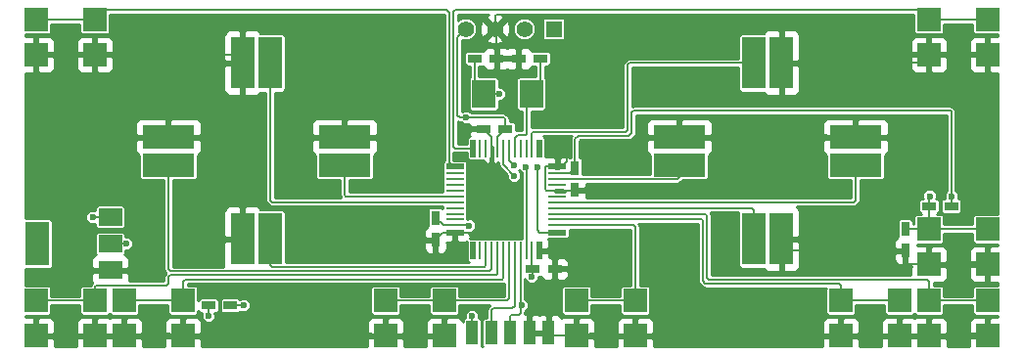
<source format=gtl>
G04 (created by PCBNEW (22-Jun-2014 BZR 4027)-stable) date Wed 20 Dec 2017 05:06:28 PM CST*
%MOIN*%
G04 Gerber Fmt 3.4, Leading zero omitted, Abs format*
%FSLAX34Y34*%
G01*
G70*
G90*
G04 APERTURE LIST*
%ADD10C,0.00393701*%
%ADD11R,0.0787402X0.149606*%
%ADD12R,0.0787402X0.0590551*%
%ADD13R,0.0472441X0.0295276*%
%ADD14R,0.0787402X0.177165*%
%ADD15R,0.177165X0.0787402*%
%ADD16R,0.0787402X0.0944882*%
%ADD17R,0.0295276X0.0472441*%
%ADD18R,0.0787402X0.0787402*%
%ADD19R,0.0393701X0.0787402*%
%ADD20R,0.055X0.055*%
%ADD21C,0.055*%
%ADD22R,0.0110236X0.0590551*%
%ADD23R,0.019685X0.0590551*%
%ADD24R,0.0590551X0.019685*%
%ADD25R,0.0590551X0.0110236*%
%ADD26C,0.023622*%
%ADD27C,0.00708661*%
%ADD28C,0.01*%
G04 APERTURE END LIST*
G54D10*
G54D11*
X64739Y-56560D03*
G54D12*
X67220Y-56560D03*
X67220Y-55654D03*
X67220Y-57465D03*
G54D13*
X95854Y-55280D03*
X95105Y-55280D03*
G54D14*
X71727Y-50400D03*
X72672Y-50400D03*
X90072Y-50400D03*
X89127Y-50400D03*
X90072Y-56400D03*
X89127Y-56400D03*
X71727Y-56400D03*
X72672Y-56400D03*
G54D15*
X92600Y-52927D03*
X92600Y-53872D03*
X75200Y-52927D03*
X75200Y-53872D03*
X69200Y-52927D03*
X69200Y-53872D03*
X86600Y-52927D03*
X86600Y-53872D03*
G54D16*
X79942Y-51450D03*
X81557Y-51450D03*
G54D13*
X81874Y-50250D03*
X81125Y-50250D03*
X79625Y-50250D03*
X80374Y-50250D03*
G54D17*
X94300Y-56045D03*
X94300Y-56794D03*
X78300Y-55675D03*
X78300Y-56424D03*
G54D13*
X80674Y-52650D03*
X79925Y-52650D03*
X81605Y-57420D03*
X82354Y-57420D03*
G54D17*
X83050Y-53975D03*
X83050Y-54724D03*
G54D18*
X95100Y-57260D03*
X95100Y-56060D03*
X97100Y-56060D03*
X97100Y-57260D03*
X64700Y-50120D03*
X64700Y-48920D03*
X66700Y-48920D03*
X66700Y-50120D03*
X95100Y-50120D03*
X95100Y-48920D03*
X97100Y-48920D03*
X97100Y-50120D03*
X76600Y-59700D03*
X76600Y-58500D03*
X78600Y-58500D03*
X78600Y-59700D03*
X83100Y-59700D03*
X83100Y-58500D03*
X85100Y-58500D03*
X85100Y-59700D03*
X95100Y-59700D03*
X95100Y-58500D03*
X97100Y-58500D03*
X97100Y-59700D03*
X92100Y-59700D03*
X92100Y-58500D03*
X94100Y-58500D03*
X94100Y-59700D03*
X64700Y-59700D03*
X64700Y-58500D03*
X66700Y-58500D03*
X66700Y-59700D03*
X67700Y-59700D03*
X67700Y-58500D03*
X69700Y-58500D03*
X69700Y-59700D03*
G54D19*
X79550Y-59600D03*
X80200Y-59600D03*
X80850Y-59600D03*
X81500Y-59600D03*
X82150Y-59600D03*
G54D20*
X82320Y-49240D03*
G54D21*
X81320Y-49240D03*
X80320Y-49240D03*
X79320Y-49240D03*
G54D22*
X81192Y-53307D03*
X80995Y-53307D03*
X80798Y-53307D03*
X80601Y-53307D03*
X80404Y-53307D03*
G54D23*
X81822Y-53307D03*
G54D22*
X81585Y-53307D03*
X81388Y-53307D03*
G54D24*
X78957Y-53927D03*
G54D25*
X78957Y-54164D03*
X78957Y-54361D03*
X78957Y-54557D03*
X78957Y-54754D03*
X78957Y-54951D03*
X78957Y-55148D03*
X78957Y-55345D03*
G54D23*
X79577Y-56792D03*
G54D22*
X79814Y-56792D03*
X80011Y-56792D03*
X80207Y-56792D03*
X80404Y-56792D03*
X80601Y-56792D03*
X80798Y-56792D03*
X80995Y-56792D03*
G54D24*
X82442Y-56172D03*
G54D25*
X82442Y-55935D03*
X82442Y-55738D03*
X82442Y-55542D03*
X82442Y-55345D03*
X82442Y-55148D03*
X82442Y-54951D03*
X82442Y-54754D03*
G54D22*
X80207Y-53307D03*
X80011Y-53307D03*
X79814Y-53307D03*
G54D23*
X79577Y-53307D03*
G54D25*
X78957Y-55542D03*
X78957Y-55738D03*
X78957Y-55935D03*
G54D24*
X78957Y-56172D03*
G54D22*
X81192Y-56792D03*
X81388Y-56792D03*
X81585Y-56792D03*
G54D23*
X81822Y-56792D03*
G54D25*
X82442Y-54557D03*
X82442Y-54361D03*
X82442Y-54164D03*
G54D24*
X82442Y-53927D03*
G54D13*
X70565Y-58660D03*
X71314Y-58660D03*
G54D26*
X95860Y-54940D03*
X67760Y-56560D03*
X81580Y-57680D03*
X79440Y-55940D03*
X79340Y-52260D03*
X70560Y-59020D03*
X66620Y-55660D03*
X79540Y-59020D03*
X83380Y-54740D03*
X82760Y-52980D03*
X85520Y-52960D03*
X82354Y-56830D03*
X80200Y-56140D03*
X91580Y-52927D03*
X91580Y-50400D03*
X96620Y-59700D03*
X96640Y-57260D03*
X65940Y-57420D03*
X65940Y-59720D03*
X83640Y-59700D03*
X69200Y-59700D03*
X76060Y-59700D03*
X69200Y-52320D03*
X75200Y-52320D03*
X95120Y-54940D03*
X80980Y-54240D03*
X81780Y-53940D03*
X81380Y-53940D03*
X81240Y-58660D03*
X71760Y-58660D03*
X80980Y-53900D03*
X80480Y-51460D03*
G54D27*
X95860Y-54940D02*
X95854Y-54940D01*
X95854Y-54940D02*
X95860Y-54940D01*
X95860Y-54940D02*
X95854Y-54940D01*
X95854Y-52180D02*
X95854Y-52054D01*
X95820Y-52020D02*
X95640Y-52020D01*
X95854Y-52054D02*
X95820Y-52020D01*
X83050Y-53975D02*
X83050Y-52991D01*
X83050Y-52991D02*
X83160Y-52881D01*
X83160Y-52881D02*
X84878Y-52881D01*
X84878Y-52881D02*
X84981Y-52778D01*
X84981Y-52778D02*
X84981Y-52080D01*
X84981Y-52080D02*
X85041Y-52020D01*
X85041Y-52020D02*
X95640Y-52020D01*
X95854Y-52174D02*
X95854Y-52180D01*
X95854Y-52180D02*
X95854Y-54940D01*
X95854Y-54940D02*
X95854Y-55280D01*
X95640Y-52020D02*
X95700Y-52020D01*
X67760Y-56560D02*
X67220Y-56560D01*
X81605Y-57420D02*
X81605Y-57654D01*
X81580Y-57680D02*
X81605Y-57654D01*
X78957Y-55935D02*
X79435Y-55935D01*
X79435Y-55935D02*
X79440Y-55940D01*
X80674Y-52650D02*
X80674Y-52314D01*
X79041Y-49518D02*
X79320Y-49240D01*
X79041Y-52180D02*
X79041Y-49518D01*
X79121Y-52260D02*
X79041Y-52180D01*
X80620Y-52260D02*
X79340Y-52260D01*
X79340Y-52260D02*
X79121Y-52260D01*
X80674Y-52314D02*
X80620Y-52260D01*
X80404Y-53307D02*
X80404Y-52919D01*
X80404Y-52919D02*
X80674Y-52650D01*
X78957Y-55935D02*
X78559Y-55935D01*
X78559Y-55935D02*
X78300Y-55675D01*
X82442Y-54164D02*
X82861Y-54164D01*
X82861Y-54164D02*
X83050Y-53975D01*
X81585Y-56792D02*
X81585Y-57399D01*
X81585Y-57399D02*
X81605Y-57420D01*
X70565Y-58660D02*
X70565Y-59014D01*
X70565Y-59014D02*
X70560Y-59020D01*
X66620Y-55660D02*
X67214Y-55660D01*
X67214Y-55660D02*
X67220Y-55654D01*
X66620Y-55660D02*
X66625Y-55654D01*
X79550Y-59600D02*
X79550Y-59030D01*
X79550Y-59030D02*
X79540Y-59020D01*
X92491Y-55148D02*
X92531Y-55148D01*
X92600Y-53872D02*
X92600Y-55040D01*
X92491Y-55148D02*
X82442Y-55148D01*
X92600Y-55080D02*
X92600Y-55040D01*
X92531Y-55148D02*
X92600Y-55080D01*
X82442Y-55345D02*
X89065Y-55345D01*
X89127Y-55407D02*
X89127Y-56400D01*
X89065Y-55345D02*
X89127Y-55407D01*
X95100Y-58500D02*
X97100Y-58500D01*
X82442Y-55542D02*
X87482Y-55542D01*
X95100Y-57840D02*
X95100Y-58500D01*
X95040Y-57780D02*
X95100Y-57840D01*
X87600Y-57780D02*
X95040Y-57780D01*
X87540Y-57720D02*
X87600Y-57780D01*
X87540Y-55600D02*
X87540Y-57720D01*
X87482Y-55542D02*
X87540Y-55600D01*
X92100Y-58500D02*
X94100Y-58500D01*
X82442Y-55738D02*
X87357Y-55738D01*
X92100Y-58000D02*
X92100Y-58500D01*
X92021Y-57921D02*
X92100Y-58000D01*
X87481Y-57921D02*
X92021Y-57921D01*
X87398Y-57838D02*
X87481Y-57921D01*
X87398Y-55780D02*
X87398Y-57838D01*
X87357Y-55738D02*
X87398Y-55780D01*
X80360Y-57638D02*
X75680Y-57638D01*
X75680Y-57638D02*
X69261Y-57638D01*
X69200Y-57920D02*
X69140Y-57980D01*
X69200Y-57700D02*
X69200Y-57920D01*
X69261Y-57638D02*
X69200Y-57700D01*
X66880Y-57980D02*
X69140Y-57980D01*
X80404Y-57593D02*
X80360Y-57638D01*
X80404Y-57593D02*
X80404Y-56792D01*
X66700Y-58080D02*
X66700Y-58020D01*
X66700Y-58500D02*
X66700Y-58080D01*
X66740Y-57980D02*
X66880Y-57980D01*
X66700Y-58020D02*
X66740Y-57980D01*
X66880Y-57980D02*
X66800Y-57980D01*
X64700Y-58500D02*
X66700Y-58500D01*
X75780Y-57780D02*
X69780Y-57780D01*
X69700Y-57860D02*
X69700Y-58500D01*
X69780Y-57780D02*
X69700Y-57860D01*
X67700Y-58500D02*
X69700Y-58500D01*
X80601Y-57738D02*
X80601Y-56792D01*
X80560Y-57780D02*
X80601Y-57738D01*
X75780Y-57780D02*
X80560Y-57780D01*
X80011Y-56792D02*
X80011Y-57303D01*
X72672Y-57292D02*
X72672Y-56400D01*
X72734Y-57354D02*
X72672Y-57292D01*
X79960Y-57354D02*
X72734Y-57354D01*
X80011Y-57303D02*
X79960Y-57354D01*
X80320Y-49240D02*
X80320Y-48801D01*
X90072Y-48832D02*
X90072Y-50400D01*
X89981Y-48741D02*
X90072Y-48832D01*
X80380Y-48741D02*
X89981Y-48741D01*
X80320Y-48801D02*
X80380Y-48741D01*
X83380Y-54740D02*
X83364Y-54724D01*
X83364Y-54724D02*
X83050Y-54724D01*
X82442Y-54754D02*
X82074Y-54754D01*
X82052Y-53927D02*
X82442Y-53927D01*
X82020Y-53960D02*
X82052Y-53927D01*
X82020Y-54700D02*
X82020Y-53960D01*
X82074Y-54754D02*
X82020Y-54700D01*
X82442Y-53927D02*
X82592Y-53927D01*
X82592Y-53927D02*
X82760Y-53760D01*
X82760Y-53760D02*
X82760Y-52980D01*
X85520Y-52960D02*
X85552Y-52927D01*
X85552Y-52927D02*
X86600Y-52927D01*
X80207Y-56112D02*
X80207Y-56132D01*
X80200Y-56140D02*
X80207Y-56132D01*
X80140Y-56172D02*
X80147Y-56172D01*
X80207Y-53307D02*
X80207Y-56072D01*
X80140Y-56172D02*
X78957Y-56172D01*
X80207Y-56112D02*
X80207Y-56072D01*
X80147Y-56172D02*
X80207Y-56112D01*
X95100Y-57260D02*
X97100Y-57260D01*
X83100Y-59700D02*
X82250Y-59700D01*
X82250Y-59700D02*
X82150Y-59600D01*
X65940Y-59720D02*
X65940Y-59700D01*
X65940Y-59700D02*
X65940Y-59720D01*
X65940Y-59720D02*
X65940Y-59700D01*
X67220Y-57465D02*
X65985Y-57465D01*
X65972Y-52927D02*
X69200Y-52927D01*
X65940Y-52960D02*
X65972Y-52927D01*
X65940Y-57420D02*
X65940Y-52960D01*
X65985Y-57465D02*
X65940Y-57420D01*
X82354Y-57420D02*
X82354Y-58605D01*
X82150Y-58810D02*
X82150Y-59600D01*
X82354Y-58605D02*
X82150Y-58810D01*
X93740Y-56794D02*
X93740Y-52980D01*
X93687Y-52927D02*
X92600Y-52927D01*
X93740Y-52980D02*
X93687Y-52927D01*
X94300Y-56794D02*
X93740Y-56794D01*
X93740Y-56794D02*
X90466Y-56794D01*
X90466Y-56794D02*
X90072Y-56400D01*
X76600Y-59700D02*
X76060Y-59700D01*
X75200Y-52927D02*
X75200Y-52320D01*
X69200Y-52927D02*
X71727Y-52927D01*
X71727Y-50400D02*
X71727Y-52940D01*
X71727Y-52940D02*
X71727Y-56400D01*
X80374Y-50250D02*
X80374Y-49294D01*
X80374Y-49294D02*
X80320Y-49240D01*
X66700Y-50120D02*
X71447Y-50120D01*
X71447Y-50120D02*
X71727Y-50400D01*
X69200Y-52927D02*
X69200Y-52320D01*
X69200Y-52320D02*
X69200Y-50460D01*
X69200Y-50460D02*
X69260Y-50400D01*
X69260Y-50400D02*
X71727Y-50400D01*
X64700Y-59700D02*
X65940Y-59700D01*
X65940Y-59700D02*
X66700Y-59700D01*
X66700Y-59700D02*
X67700Y-59700D01*
X67700Y-59700D02*
X69200Y-59700D01*
X69200Y-59700D02*
X69700Y-59700D01*
X76600Y-59700D02*
X78600Y-59700D01*
X81500Y-59600D02*
X82150Y-59600D01*
X82150Y-59600D02*
X82250Y-59700D01*
X82250Y-59700D02*
X83640Y-59700D01*
X83640Y-59700D02*
X85100Y-59700D01*
X64700Y-50120D02*
X66700Y-50120D01*
X90072Y-50400D02*
X91580Y-50400D01*
X91580Y-50400D02*
X92600Y-50400D01*
X92600Y-50400D02*
X94820Y-50400D01*
X94820Y-50400D02*
X95100Y-50120D01*
X86600Y-52927D02*
X91580Y-52927D01*
X91580Y-52927D02*
X92600Y-52927D01*
X94300Y-56794D02*
X94300Y-57180D01*
X94380Y-57260D02*
X96640Y-57260D01*
X96640Y-57260D02*
X97100Y-57260D01*
X94300Y-57180D02*
X94380Y-57260D01*
X95100Y-50120D02*
X97100Y-50120D01*
X92100Y-59700D02*
X94100Y-59700D01*
X94100Y-59700D02*
X95100Y-59700D01*
X95100Y-59700D02*
X96620Y-59700D01*
X96620Y-59700D02*
X97100Y-59700D01*
X80374Y-50250D02*
X81125Y-50250D01*
X80207Y-53307D02*
X80207Y-52931D01*
X80207Y-52931D02*
X79925Y-52650D01*
X78957Y-56172D02*
X78551Y-56172D01*
X78551Y-56172D02*
X78300Y-56424D01*
X82442Y-54754D02*
X83019Y-54754D01*
X83019Y-54754D02*
X83050Y-54724D01*
X81822Y-56792D02*
X82292Y-56792D01*
X82354Y-56854D02*
X82354Y-56830D01*
X82292Y-56792D02*
X82354Y-56854D01*
X82354Y-56830D02*
X82354Y-57420D01*
X64700Y-48920D02*
X66700Y-48920D01*
X78957Y-53927D02*
X78907Y-53927D01*
X67020Y-48600D02*
X66700Y-48920D01*
X78680Y-48600D02*
X67020Y-48600D01*
X78758Y-48678D02*
X78680Y-48600D01*
X78758Y-53778D02*
X78758Y-48678D01*
X78907Y-53927D02*
X78758Y-53778D01*
X69200Y-53872D02*
X69200Y-57420D01*
X80207Y-57428D02*
X80140Y-57496D01*
X80140Y-57496D02*
X69276Y-57496D01*
X69276Y-57496D02*
X69200Y-57420D01*
X80207Y-57428D02*
X80207Y-56792D01*
X95100Y-48920D02*
X97100Y-48920D01*
X79577Y-53307D02*
X78967Y-53307D01*
X94780Y-48600D02*
X95100Y-48920D01*
X78960Y-48600D02*
X94780Y-48600D01*
X78900Y-48660D02*
X78960Y-48600D01*
X78900Y-53240D02*
X78900Y-48660D01*
X78967Y-53307D02*
X78900Y-53240D01*
X78957Y-54951D02*
X75251Y-54951D01*
X75200Y-54900D02*
X75200Y-53872D01*
X75251Y-54951D02*
X75200Y-54900D01*
X80601Y-53307D02*
X80601Y-53861D01*
X95105Y-54954D02*
X95105Y-55280D01*
X95120Y-54940D02*
X95105Y-54954D01*
X80601Y-53861D02*
X80980Y-54240D01*
X95100Y-56060D02*
X97100Y-56060D01*
X94300Y-56045D02*
X95085Y-56045D01*
X95105Y-56025D02*
X95105Y-55280D01*
X95085Y-56045D02*
X95105Y-56025D01*
X76600Y-58500D02*
X78600Y-58500D01*
X78600Y-58500D02*
X80720Y-58500D01*
X80798Y-58421D02*
X80798Y-56792D01*
X80720Y-58500D02*
X80798Y-58421D01*
X83100Y-58500D02*
X85100Y-58500D01*
X82442Y-55935D02*
X85035Y-55935D01*
X85100Y-56000D02*
X85100Y-58500D01*
X85035Y-55935D02*
X85100Y-56000D01*
X81852Y-56172D02*
X81780Y-56100D01*
X81780Y-56100D02*
X81780Y-53940D01*
X82442Y-56172D02*
X81852Y-56172D01*
X81388Y-53948D02*
X81380Y-53940D01*
X81388Y-56792D02*
X81388Y-53948D01*
X78957Y-55148D02*
X72748Y-55148D01*
X72672Y-55072D02*
X72672Y-50400D01*
X72748Y-55148D02*
X72672Y-55072D01*
X80900Y-58760D02*
X80915Y-58760D01*
X80995Y-58680D02*
X80995Y-58584D01*
X80200Y-59600D02*
X80200Y-58820D01*
X80995Y-58584D02*
X80995Y-58564D01*
X80260Y-58760D02*
X80820Y-58760D01*
X80200Y-58820D02*
X80260Y-58760D01*
X80820Y-58760D02*
X80900Y-58760D01*
X80915Y-58760D02*
X80995Y-58680D01*
X80995Y-58560D02*
X80995Y-56792D01*
X71314Y-58660D02*
X71760Y-58660D01*
X81240Y-58660D02*
X81192Y-58660D01*
X81192Y-58660D02*
X81200Y-58660D01*
X81200Y-58660D02*
X81192Y-58660D01*
X81100Y-58980D02*
X81140Y-58980D01*
X81060Y-58980D02*
X81100Y-58980D01*
X80850Y-59600D02*
X80850Y-59030D01*
X80900Y-58980D02*
X81060Y-58980D01*
X80850Y-59030D02*
X80900Y-58980D01*
X81192Y-58927D02*
X81192Y-58660D01*
X81192Y-58660D02*
X81192Y-56792D01*
X81140Y-58980D02*
X81192Y-58927D01*
X81192Y-56792D02*
X81192Y-58887D01*
X81585Y-53307D02*
X81585Y-52774D01*
X84900Y-50400D02*
X89127Y-50400D01*
X84840Y-50460D02*
X84900Y-50400D01*
X84840Y-52680D02*
X84840Y-50460D01*
X84780Y-52740D02*
X84840Y-52680D01*
X81620Y-52740D02*
X84780Y-52740D01*
X81585Y-52774D02*
X81620Y-52740D01*
X80995Y-53307D02*
X80995Y-52944D01*
X81400Y-51607D02*
X81557Y-51450D01*
X81400Y-52820D02*
X81400Y-51607D01*
X81380Y-52840D02*
X81400Y-52820D01*
X81100Y-52840D02*
X81380Y-52840D01*
X80995Y-52944D02*
X81100Y-52840D01*
X81874Y-50250D02*
X81874Y-51133D01*
X81874Y-51133D02*
X81557Y-51450D01*
X80798Y-53718D02*
X80980Y-53900D01*
X80798Y-53307D02*
X80798Y-53718D01*
X80470Y-51450D02*
X79942Y-51450D01*
X80480Y-51460D02*
X80470Y-51450D01*
X79625Y-50250D02*
X79625Y-51133D01*
X79625Y-51133D02*
X79942Y-51450D01*
X82442Y-54361D02*
X86538Y-54361D01*
X86600Y-54300D02*
X86600Y-53872D01*
X86538Y-54361D02*
X86600Y-54300D01*
G54D10*
G36*
X79431Y-57198D02*
X78250Y-57198D01*
X78250Y-56847D01*
X78250Y-56474D01*
X77964Y-56474D01*
X77902Y-56536D01*
X77902Y-56709D01*
X77940Y-56801D01*
X78010Y-56872D01*
X78102Y-56910D01*
X78201Y-56910D01*
X78187Y-56910D01*
X78250Y-56847D01*
X78250Y-57198D01*
X73187Y-57198D01*
X73187Y-55490D01*
X73168Y-55445D01*
X73134Y-55411D01*
X73090Y-55393D01*
X73042Y-55393D01*
X72341Y-55393D01*
X72333Y-55372D01*
X72262Y-55302D01*
X72170Y-55264D01*
X71840Y-55264D01*
X71777Y-55326D01*
X71777Y-56350D01*
X71785Y-56350D01*
X71785Y-56450D01*
X71777Y-56450D01*
X71777Y-56457D01*
X71677Y-56457D01*
X71677Y-56450D01*
X71677Y-56350D01*
X71677Y-55326D01*
X71677Y-51473D01*
X71677Y-50450D01*
X71677Y-50350D01*
X71677Y-49326D01*
X71615Y-49264D01*
X71284Y-49264D01*
X71192Y-49302D01*
X71122Y-49372D01*
X71083Y-49464D01*
X71083Y-49563D01*
X71083Y-50287D01*
X71146Y-50350D01*
X71677Y-50350D01*
X71677Y-50450D01*
X71146Y-50450D01*
X71083Y-50512D01*
X71083Y-51236D01*
X71083Y-51335D01*
X71122Y-51427D01*
X71192Y-51497D01*
X71284Y-51535D01*
X71615Y-51535D01*
X71677Y-51473D01*
X71677Y-55326D01*
X71615Y-55264D01*
X71284Y-55264D01*
X71192Y-55302D01*
X71122Y-55372D01*
X71083Y-55464D01*
X71083Y-55563D01*
X71083Y-56287D01*
X71146Y-56350D01*
X71677Y-56350D01*
X71677Y-56450D01*
X71146Y-56450D01*
X71083Y-56512D01*
X71083Y-57236D01*
X71083Y-57335D01*
X71085Y-57340D01*
X69356Y-57340D01*
X69356Y-54387D01*
X70109Y-54387D01*
X70154Y-54368D01*
X70188Y-54334D01*
X70206Y-54290D01*
X70206Y-54242D01*
X70206Y-53541D01*
X70227Y-53533D01*
X70297Y-53463D01*
X70335Y-53371D01*
X70335Y-53271D01*
X70335Y-52583D01*
X70335Y-52483D01*
X70297Y-52392D01*
X70227Y-52321D01*
X70135Y-52283D01*
X69312Y-52283D01*
X69250Y-52346D01*
X69250Y-52877D01*
X70273Y-52877D01*
X70335Y-52815D01*
X70335Y-52583D01*
X70335Y-53271D01*
X70335Y-53040D01*
X70273Y-52977D01*
X69250Y-52977D01*
X69250Y-52985D01*
X69150Y-52985D01*
X69150Y-52977D01*
X69150Y-52877D01*
X69150Y-52346D01*
X69087Y-52283D01*
X68264Y-52283D01*
X68172Y-52321D01*
X68102Y-52392D01*
X68064Y-52483D01*
X68064Y-52583D01*
X68064Y-52815D01*
X68126Y-52877D01*
X69150Y-52877D01*
X69150Y-52977D01*
X68126Y-52977D01*
X68064Y-53040D01*
X68064Y-53271D01*
X68064Y-53371D01*
X68102Y-53463D01*
X68172Y-53533D01*
X68193Y-53541D01*
X68193Y-54290D01*
X68211Y-54334D01*
X68245Y-54368D01*
X68290Y-54386D01*
X68338Y-54387D01*
X69043Y-54387D01*
X69043Y-57420D01*
X69055Y-57479D01*
X69089Y-57530D01*
X69118Y-57559D01*
X69089Y-57589D01*
X69055Y-57640D01*
X69043Y-57700D01*
X69043Y-57823D01*
X67999Y-57823D01*
X67999Y-56512D01*
X67962Y-56424D01*
X67895Y-56357D01*
X67807Y-56321D01*
X67734Y-56321D01*
X67734Y-56240D01*
X67734Y-55925D01*
X67734Y-55335D01*
X67716Y-55290D01*
X67682Y-55256D01*
X67638Y-55238D01*
X67589Y-55238D01*
X67343Y-55238D01*
X67343Y-50464D01*
X67343Y-49775D01*
X67343Y-49676D01*
X67305Y-49584D01*
X67235Y-49514D01*
X67143Y-49476D01*
X66812Y-49476D01*
X66750Y-49538D01*
X66750Y-50070D01*
X67281Y-50070D01*
X67343Y-50007D01*
X67343Y-49775D01*
X67343Y-50464D01*
X67343Y-50232D01*
X67281Y-50170D01*
X66750Y-50170D01*
X66750Y-50701D01*
X66812Y-50763D01*
X67143Y-50763D01*
X67235Y-50725D01*
X67305Y-50655D01*
X67343Y-50563D01*
X67343Y-50464D01*
X67343Y-55238D01*
X66802Y-55238D01*
X66758Y-55256D01*
X66724Y-55290D01*
X66705Y-55335D01*
X66705Y-55383D01*
X66705Y-55436D01*
X66667Y-55421D01*
X66650Y-55421D01*
X66650Y-50701D01*
X66650Y-50170D01*
X66650Y-50070D01*
X66650Y-49538D01*
X66587Y-49476D01*
X66256Y-49476D01*
X66164Y-49514D01*
X66094Y-49584D01*
X66056Y-49676D01*
X66056Y-49775D01*
X66056Y-50007D01*
X66118Y-50070D01*
X66650Y-50070D01*
X66650Y-50170D01*
X66118Y-50170D01*
X66056Y-50232D01*
X66056Y-50464D01*
X66056Y-50563D01*
X66094Y-50655D01*
X66164Y-50725D01*
X66256Y-50763D01*
X66587Y-50763D01*
X66650Y-50701D01*
X66650Y-55421D01*
X66572Y-55420D01*
X66484Y-55457D01*
X66417Y-55524D01*
X66381Y-55612D01*
X66380Y-55707D01*
X66417Y-55795D01*
X66484Y-55862D01*
X66572Y-55898D01*
X66667Y-55899D01*
X66705Y-55883D01*
X66705Y-55973D01*
X66723Y-56018D01*
X66757Y-56052D01*
X66802Y-56070D01*
X66850Y-56070D01*
X67637Y-56070D01*
X67682Y-56052D01*
X67716Y-56018D01*
X67734Y-55973D01*
X67734Y-55925D01*
X67734Y-56240D01*
X67716Y-56196D01*
X67682Y-56162D01*
X67638Y-56143D01*
X67589Y-56143D01*
X66802Y-56143D01*
X66758Y-56162D01*
X66724Y-56196D01*
X66705Y-56240D01*
X66705Y-56288D01*
X66705Y-56879D01*
X66723Y-56923D01*
X66736Y-56936D01*
X66685Y-56958D01*
X66614Y-57028D01*
X66576Y-57120D01*
X66576Y-57219D01*
X66576Y-57353D01*
X66638Y-57415D01*
X67170Y-57415D01*
X67170Y-57407D01*
X67270Y-57407D01*
X67270Y-57415D01*
X67801Y-57415D01*
X67863Y-57353D01*
X67863Y-57219D01*
X67863Y-57120D01*
X67825Y-57028D01*
X67755Y-56958D01*
X67703Y-56936D01*
X67716Y-56923D01*
X67734Y-56879D01*
X67734Y-56831D01*
X67734Y-56798D01*
X67807Y-56799D01*
X67895Y-56762D01*
X67962Y-56695D01*
X67998Y-56607D01*
X67999Y-56512D01*
X67999Y-57823D01*
X67858Y-57823D01*
X67863Y-57810D01*
X67863Y-57711D01*
X67863Y-57578D01*
X67801Y-57515D01*
X67270Y-57515D01*
X67270Y-57523D01*
X67170Y-57523D01*
X67170Y-57515D01*
X66638Y-57515D01*
X66576Y-57578D01*
X66576Y-57711D01*
X66576Y-57810D01*
X66609Y-57889D01*
X66589Y-57909D01*
X66555Y-57960D01*
X66550Y-57985D01*
X66282Y-57985D01*
X66237Y-58003D01*
X66203Y-58037D01*
X66185Y-58082D01*
X66185Y-58130D01*
X66185Y-58343D01*
X65343Y-58343D01*
X65343Y-50464D01*
X65343Y-49775D01*
X65343Y-49676D01*
X65305Y-49584D01*
X65235Y-49514D01*
X65143Y-49476D01*
X64812Y-49476D01*
X64750Y-49538D01*
X64750Y-50070D01*
X65281Y-50070D01*
X65343Y-50007D01*
X65343Y-49775D01*
X65343Y-50464D01*
X65343Y-50232D01*
X65281Y-50170D01*
X64750Y-50170D01*
X64750Y-50701D01*
X64812Y-50763D01*
X65143Y-50763D01*
X65235Y-50725D01*
X65305Y-50655D01*
X65343Y-50563D01*
X65343Y-50464D01*
X65343Y-58343D01*
X65214Y-58343D01*
X65214Y-58082D01*
X65196Y-58037D01*
X65162Y-58003D01*
X65117Y-57985D01*
X65069Y-57985D01*
X64350Y-57985D01*
X64350Y-57428D01*
X64370Y-57428D01*
X65157Y-57428D01*
X65201Y-57410D01*
X65235Y-57376D01*
X65254Y-57332D01*
X65254Y-57284D01*
X65254Y-55788D01*
X65236Y-55743D01*
X65202Y-55709D01*
X65157Y-55691D01*
X65109Y-55691D01*
X64350Y-55691D01*
X64350Y-50763D01*
X64587Y-50763D01*
X64650Y-50701D01*
X64650Y-50170D01*
X64642Y-50170D01*
X64642Y-50070D01*
X64650Y-50070D01*
X64650Y-49538D01*
X64587Y-49476D01*
X64350Y-49476D01*
X64350Y-49434D01*
X65117Y-49434D01*
X65162Y-49416D01*
X65196Y-49382D01*
X65214Y-49337D01*
X65214Y-49289D01*
X65214Y-49076D01*
X66185Y-49076D01*
X66185Y-49337D01*
X66203Y-49382D01*
X66237Y-49416D01*
X66282Y-49434D01*
X66330Y-49434D01*
X67117Y-49434D01*
X67162Y-49416D01*
X67196Y-49382D01*
X67214Y-49337D01*
X67214Y-49289D01*
X67214Y-48756D01*
X78601Y-48756D01*
X78601Y-53723D01*
X78594Y-53727D01*
X78560Y-53760D01*
X78541Y-53805D01*
X78541Y-53853D01*
X78541Y-54050D01*
X78548Y-54067D01*
X78541Y-54084D01*
X78541Y-54132D01*
X78541Y-54243D01*
X78549Y-54262D01*
X78541Y-54281D01*
X78541Y-54329D01*
X78541Y-54440D01*
X78549Y-54459D01*
X78541Y-54478D01*
X78541Y-54526D01*
X78541Y-54636D01*
X78549Y-54656D01*
X78541Y-54675D01*
X78541Y-54723D01*
X78541Y-54795D01*
X75356Y-54795D01*
X75356Y-54387D01*
X76109Y-54387D01*
X76154Y-54368D01*
X76188Y-54334D01*
X76206Y-54290D01*
X76206Y-54242D01*
X76206Y-53541D01*
X76227Y-53533D01*
X76297Y-53463D01*
X76335Y-53371D01*
X76335Y-53271D01*
X76335Y-52583D01*
X76335Y-52483D01*
X76297Y-52392D01*
X76227Y-52321D01*
X76135Y-52283D01*
X75312Y-52283D01*
X75250Y-52346D01*
X75250Y-52877D01*
X76273Y-52877D01*
X76335Y-52815D01*
X76335Y-52583D01*
X76335Y-53271D01*
X76335Y-53040D01*
X76273Y-52977D01*
X75250Y-52977D01*
X75250Y-52985D01*
X75150Y-52985D01*
X75150Y-52977D01*
X75150Y-52877D01*
X75150Y-52346D01*
X75087Y-52283D01*
X74264Y-52283D01*
X74172Y-52321D01*
X74102Y-52392D01*
X74064Y-52483D01*
X74064Y-52583D01*
X74064Y-52815D01*
X74126Y-52877D01*
X75150Y-52877D01*
X75150Y-52977D01*
X74126Y-52977D01*
X74064Y-53040D01*
X74064Y-53271D01*
X74064Y-53371D01*
X74102Y-53463D01*
X74172Y-53533D01*
X74193Y-53541D01*
X74193Y-54290D01*
X74211Y-54334D01*
X74245Y-54368D01*
X74290Y-54386D01*
X74338Y-54387D01*
X75043Y-54387D01*
X75043Y-54900D01*
X75055Y-54959D01*
X75077Y-54992D01*
X72828Y-54992D01*
X72828Y-51406D01*
X73090Y-51406D01*
X73134Y-51388D01*
X73168Y-51354D01*
X73186Y-51309D01*
X73187Y-51261D01*
X73187Y-49490D01*
X73168Y-49445D01*
X73134Y-49411D01*
X73090Y-49393D01*
X73042Y-49393D01*
X72341Y-49393D01*
X72333Y-49372D01*
X72262Y-49302D01*
X72170Y-49264D01*
X71840Y-49264D01*
X71777Y-49326D01*
X71777Y-50350D01*
X71785Y-50350D01*
X71785Y-50450D01*
X71777Y-50450D01*
X71777Y-51473D01*
X71840Y-51535D01*
X72170Y-51535D01*
X72262Y-51497D01*
X72333Y-51427D01*
X72341Y-51406D01*
X72516Y-51406D01*
X72516Y-55072D01*
X72528Y-55132D01*
X72561Y-55182D01*
X72637Y-55258D01*
X72637Y-55258D01*
X72688Y-55292D01*
X72688Y-55292D01*
X72698Y-55294D01*
X72748Y-55304D01*
X78541Y-55304D01*
X78541Y-55314D01*
X78541Y-55362D01*
X78516Y-55337D01*
X78471Y-55318D01*
X78423Y-55318D01*
X78128Y-55318D01*
X78083Y-55337D01*
X78049Y-55371D01*
X78031Y-55415D01*
X78031Y-55463D01*
X78031Y-55936D01*
X78042Y-55962D01*
X78010Y-55975D01*
X77940Y-56046D01*
X77902Y-56138D01*
X77902Y-56311D01*
X77964Y-56374D01*
X78250Y-56374D01*
X78250Y-56366D01*
X78350Y-56366D01*
X78350Y-56374D01*
X78357Y-56374D01*
X78357Y-56474D01*
X78350Y-56474D01*
X78350Y-56847D01*
X78412Y-56910D01*
X78398Y-56910D01*
X78497Y-56910D01*
X78589Y-56872D01*
X78659Y-56801D01*
X78697Y-56709D01*
X78697Y-56536D01*
X78681Y-56520D01*
X78712Y-56520D01*
X78845Y-56520D01*
X78907Y-56457D01*
X78907Y-56221D01*
X78900Y-56221D01*
X78900Y-56122D01*
X78907Y-56122D01*
X78907Y-56114D01*
X79007Y-56114D01*
X79007Y-56122D01*
X79015Y-56122D01*
X79015Y-56221D01*
X79007Y-56221D01*
X79007Y-56457D01*
X79070Y-56520D01*
X79203Y-56520D01*
X79303Y-56520D01*
X79358Y-56497D01*
X79358Y-56520D01*
X79358Y-57111D01*
X79377Y-57155D01*
X79410Y-57189D01*
X79431Y-57198D01*
X79431Y-57198D01*
G37*
G54D28*
X79431Y-57198D02*
X78250Y-57198D01*
X78250Y-56847D01*
X78250Y-56474D01*
X77964Y-56474D01*
X77902Y-56536D01*
X77902Y-56709D01*
X77940Y-56801D01*
X78010Y-56872D01*
X78102Y-56910D01*
X78201Y-56910D01*
X78187Y-56910D01*
X78250Y-56847D01*
X78250Y-57198D01*
X73187Y-57198D01*
X73187Y-55490D01*
X73168Y-55445D01*
X73134Y-55411D01*
X73090Y-55393D01*
X73042Y-55393D01*
X72341Y-55393D01*
X72333Y-55372D01*
X72262Y-55302D01*
X72170Y-55264D01*
X71840Y-55264D01*
X71777Y-55326D01*
X71777Y-56350D01*
X71785Y-56350D01*
X71785Y-56450D01*
X71777Y-56450D01*
X71777Y-56457D01*
X71677Y-56457D01*
X71677Y-56450D01*
X71677Y-56350D01*
X71677Y-55326D01*
X71677Y-51473D01*
X71677Y-50450D01*
X71677Y-50350D01*
X71677Y-49326D01*
X71615Y-49264D01*
X71284Y-49264D01*
X71192Y-49302D01*
X71122Y-49372D01*
X71083Y-49464D01*
X71083Y-49563D01*
X71083Y-50287D01*
X71146Y-50350D01*
X71677Y-50350D01*
X71677Y-50450D01*
X71146Y-50450D01*
X71083Y-50512D01*
X71083Y-51236D01*
X71083Y-51335D01*
X71122Y-51427D01*
X71192Y-51497D01*
X71284Y-51535D01*
X71615Y-51535D01*
X71677Y-51473D01*
X71677Y-55326D01*
X71615Y-55264D01*
X71284Y-55264D01*
X71192Y-55302D01*
X71122Y-55372D01*
X71083Y-55464D01*
X71083Y-55563D01*
X71083Y-56287D01*
X71146Y-56350D01*
X71677Y-56350D01*
X71677Y-56450D01*
X71146Y-56450D01*
X71083Y-56512D01*
X71083Y-57236D01*
X71083Y-57335D01*
X71085Y-57340D01*
X69356Y-57340D01*
X69356Y-54387D01*
X70109Y-54387D01*
X70154Y-54368D01*
X70188Y-54334D01*
X70206Y-54290D01*
X70206Y-54242D01*
X70206Y-53541D01*
X70227Y-53533D01*
X70297Y-53463D01*
X70335Y-53371D01*
X70335Y-53271D01*
X70335Y-52583D01*
X70335Y-52483D01*
X70297Y-52392D01*
X70227Y-52321D01*
X70135Y-52283D01*
X69312Y-52283D01*
X69250Y-52346D01*
X69250Y-52877D01*
X70273Y-52877D01*
X70335Y-52815D01*
X70335Y-52583D01*
X70335Y-53271D01*
X70335Y-53040D01*
X70273Y-52977D01*
X69250Y-52977D01*
X69250Y-52985D01*
X69150Y-52985D01*
X69150Y-52977D01*
X69150Y-52877D01*
X69150Y-52346D01*
X69087Y-52283D01*
X68264Y-52283D01*
X68172Y-52321D01*
X68102Y-52392D01*
X68064Y-52483D01*
X68064Y-52583D01*
X68064Y-52815D01*
X68126Y-52877D01*
X69150Y-52877D01*
X69150Y-52977D01*
X68126Y-52977D01*
X68064Y-53040D01*
X68064Y-53271D01*
X68064Y-53371D01*
X68102Y-53463D01*
X68172Y-53533D01*
X68193Y-53541D01*
X68193Y-54290D01*
X68211Y-54334D01*
X68245Y-54368D01*
X68290Y-54386D01*
X68338Y-54387D01*
X69043Y-54387D01*
X69043Y-57420D01*
X69055Y-57479D01*
X69089Y-57530D01*
X69118Y-57559D01*
X69089Y-57589D01*
X69055Y-57640D01*
X69043Y-57700D01*
X69043Y-57823D01*
X67999Y-57823D01*
X67999Y-56512D01*
X67962Y-56424D01*
X67895Y-56357D01*
X67807Y-56321D01*
X67734Y-56321D01*
X67734Y-56240D01*
X67734Y-55925D01*
X67734Y-55335D01*
X67716Y-55290D01*
X67682Y-55256D01*
X67638Y-55238D01*
X67589Y-55238D01*
X67343Y-55238D01*
X67343Y-50464D01*
X67343Y-49775D01*
X67343Y-49676D01*
X67305Y-49584D01*
X67235Y-49514D01*
X67143Y-49476D01*
X66812Y-49476D01*
X66750Y-49538D01*
X66750Y-50070D01*
X67281Y-50070D01*
X67343Y-50007D01*
X67343Y-49775D01*
X67343Y-50464D01*
X67343Y-50232D01*
X67281Y-50170D01*
X66750Y-50170D01*
X66750Y-50701D01*
X66812Y-50763D01*
X67143Y-50763D01*
X67235Y-50725D01*
X67305Y-50655D01*
X67343Y-50563D01*
X67343Y-50464D01*
X67343Y-55238D01*
X66802Y-55238D01*
X66758Y-55256D01*
X66724Y-55290D01*
X66705Y-55335D01*
X66705Y-55383D01*
X66705Y-55436D01*
X66667Y-55421D01*
X66650Y-55421D01*
X66650Y-50701D01*
X66650Y-50170D01*
X66650Y-50070D01*
X66650Y-49538D01*
X66587Y-49476D01*
X66256Y-49476D01*
X66164Y-49514D01*
X66094Y-49584D01*
X66056Y-49676D01*
X66056Y-49775D01*
X66056Y-50007D01*
X66118Y-50070D01*
X66650Y-50070D01*
X66650Y-50170D01*
X66118Y-50170D01*
X66056Y-50232D01*
X66056Y-50464D01*
X66056Y-50563D01*
X66094Y-50655D01*
X66164Y-50725D01*
X66256Y-50763D01*
X66587Y-50763D01*
X66650Y-50701D01*
X66650Y-55421D01*
X66572Y-55420D01*
X66484Y-55457D01*
X66417Y-55524D01*
X66381Y-55612D01*
X66380Y-55707D01*
X66417Y-55795D01*
X66484Y-55862D01*
X66572Y-55898D01*
X66667Y-55899D01*
X66705Y-55883D01*
X66705Y-55973D01*
X66723Y-56018D01*
X66757Y-56052D01*
X66802Y-56070D01*
X66850Y-56070D01*
X67637Y-56070D01*
X67682Y-56052D01*
X67716Y-56018D01*
X67734Y-55973D01*
X67734Y-55925D01*
X67734Y-56240D01*
X67716Y-56196D01*
X67682Y-56162D01*
X67638Y-56143D01*
X67589Y-56143D01*
X66802Y-56143D01*
X66758Y-56162D01*
X66724Y-56196D01*
X66705Y-56240D01*
X66705Y-56288D01*
X66705Y-56879D01*
X66723Y-56923D01*
X66736Y-56936D01*
X66685Y-56958D01*
X66614Y-57028D01*
X66576Y-57120D01*
X66576Y-57219D01*
X66576Y-57353D01*
X66638Y-57415D01*
X67170Y-57415D01*
X67170Y-57407D01*
X67270Y-57407D01*
X67270Y-57415D01*
X67801Y-57415D01*
X67863Y-57353D01*
X67863Y-57219D01*
X67863Y-57120D01*
X67825Y-57028D01*
X67755Y-56958D01*
X67703Y-56936D01*
X67716Y-56923D01*
X67734Y-56879D01*
X67734Y-56831D01*
X67734Y-56798D01*
X67807Y-56799D01*
X67895Y-56762D01*
X67962Y-56695D01*
X67998Y-56607D01*
X67999Y-56512D01*
X67999Y-57823D01*
X67858Y-57823D01*
X67863Y-57810D01*
X67863Y-57711D01*
X67863Y-57578D01*
X67801Y-57515D01*
X67270Y-57515D01*
X67270Y-57523D01*
X67170Y-57523D01*
X67170Y-57515D01*
X66638Y-57515D01*
X66576Y-57578D01*
X66576Y-57711D01*
X66576Y-57810D01*
X66609Y-57889D01*
X66589Y-57909D01*
X66555Y-57960D01*
X66550Y-57985D01*
X66282Y-57985D01*
X66237Y-58003D01*
X66203Y-58037D01*
X66185Y-58082D01*
X66185Y-58130D01*
X66185Y-58343D01*
X65343Y-58343D01*
X65343Y-50464D01*
X65343Y-49775D01*
X65343Y-49676D01*
X65305Y-49584D01*
X65235Y-49514D01*
X65143Y-49476D01*
X64812Y-49476D01*
X64750Y-49538D01*
X64750Y-50070D01*
X65281Y-50070D01*
X65343Y-50007D01*
X65343Y-49775D01*
X65343Y-50464D01*
X65343Y-50232D01*
X65281Y-50170D01*
X64750Y-50170D01*
X64750Y-50701D01*
X64812Y-50763D01*
X65143Y-50763D01*
X65235Y-50725D01*
X65305Y-50655D01*
X65343Y-50563D01*
X65343Y-50464D01*
X65343Y-58343D01*
X65214Y-58343D01*
X65214Y-58082D01*
X65196Y-58037D01*
X65162Y-58003D01*
X65117Y-57985D01*
X65069Y-57985D01*
X64350Y-57985D01*
X64350Y-57428D01*
X64370Y-57428D01*
X65157Y-57428D01*
X65201Y-57410D01*
X65235Y-57376D01*
X65254Y-57332D01*
X65254Y-57284D01*
X65254Y-55788D01*
X65236Y-55743D01*
X65202Y-55709D01*
X65157Y-55691D01*
X65109Y-55691D01*
X64350Y-55691D01*
X64350Y-50763D01*
X64587Y-50763D01*
X64650Y-50701D01*
X64650Y-50170D01*
X64642Y-50170D01*
X64642Y-50070D01*
X64650Y-50070D01*
X64650Y-49538D01*
X64587Y-49476D01*
X64350Y-49476D01*
X64350Y-49434D01*
X65117Y-49434D01*
X65162Y-49416D01*
X65196Y-49382D01*
X65214Y-49337D01*
X65214Y-49289D01*
X65214Y-49076D01*
X66185Y-49076D01*
X66185Y-49337D01*
X66203Y-49382D01*
X66237Y-49416D01*
X66282Y-49434D01*
X66330Y-49434D01*
X67117Y-49434D01*
X67162Y-49416D01*
X67196Y-49382D01*
X67214Y-49337D01*
X67214Y-49289D01*
X67214Y-48756D01*
X78601Y-48756D01*
X78601Y-53723D01*
X78594Y-53727D01*
X78560Y-53760D01*
X78541Y-53805D01*
X78541Y-53853D01*
X78541Y-54050D01*
X78548Y-54067D01*
X78541Y-54084D01*
X78541Y-54132D01*
X78541Y-54243D01*
X78549Y-54262D01*
X78541Y-54281D01*
X78541Y-54329D01*
X78541Y-54440D01*
X78549Y-54459D01*
X78541Y-54478D01*
X78541Y-54526D01*
X78541Y-54636D01*
X78549Y-54656D01*
X78541Y-54675D01*
X78541Y-54723D01*
X78541Y-54795D01*
X75356Y-54795D01*
X75356Y-54387D01*
X76109Y-54387D01*
X76154Y-54368D01*
X76188Y-54334D01*
X76206Y-54290D01*
X76206Y-54242D01*
X76206Y-53541D01*
X76227Y-53533D01*
X76297Y-53463D01*
X76335Y-53371D01*
X76335Y-53271D01*
X76335Y-52583D01*
X76335Y-52483D01*
X76297Y-52392D01*
X76227Y-52321D01*
X76135Y-52283D01*
X75312Y-52283D01*
X75250Y-52346D01*
X75250Y-52877D01*
X76273Y-52877D01*
X76335Y-52815D01*
X76335Y-52583D01*
X76335Y-53271D01*
X76335Y-53040D01*
X76273Y-52977D01*
X75250Y-52977D01*
X75250Y-52985D01*
X75150Y-52985D01*
X75150Y-52977D01*
X75150Y-52877D01*
X75150Y-52346D01*
X75087Y-52283D01*
X74264Y-52283D01*
X74172Y-52321D01*
X74102Y-52392D01*
X74064Y-52483D01*
X74064Y-52583D01*
X74064Y-52815D01*
X74126Y-52877D01*
X75150Y-52877D01*
X75150Y-52977D01*
X74126Y-52977D01*
X74064Y-53040D01*
X74064Y-53271D01*
X74064Y-53371D01*
X74102Y-53463D01*
X74172Y-53533D01*
X74193Y-53541D01*
X74193Y-54290D01*
X74211Y-54334D01*
X74245Y-54368D01*
X74290Y-54386D01*
X74338Y-54387D01*
X75043Y-54387D01*
X75043Y-54900D01*
X75055Y-54959D01*
X75077Y-54992D01*
X72828Y-54992D01*
X72828Y-51406D01*
X73090Y-51406D01*
X73134Y-51388D01*
X73168Y-51354D01*
X73186Y-51309D01*
X73187Y-51261D01*
X73187Y-49490D01*
X73168Y-49445D01*
X73134Y-49411D01*
X73090Y-49393D01*
X73042Y-49393D01*
X72341Y-49393D01*
X72333Y-49372D01*
X72262Y-49302D01*
X72170Y-49264D01*
X71840Y-49264D01*
X71777Y-49326D01*
X71777Y-50350D01*
X71785Y-50350D01*
X71785Y-50450D01*
X71777Y-50450D01*
X71777Y-51473D01*
X71840Y-51535D01*
X72170Y-51535D01*
X72262Y-51497D01*
X72333Y-51427D01*
X72341Y-51406D01*
X72516Y-51406D01*
X72516Y-55072D01*
X72528Y-55132D01*
X72561Y-55182D01*
X72637Y-55258D01*
X72637Y-55258D01*
X72688Y-55292D01*
X72688Y-55292D01*
X72698Y-55294D01*
X72748Y-55304D01*
X78541Y-55304D01*
X78541Y-55314D01*
X78541Y-55362D01*
X78516Y-55337D01*
X78471Y-55318D01*
X78423Y-55318D01*
X78128Y-55318D01*
X78083Y-55337D01*
X78049Y-55371D01*
X78031Y-55415D01*
X78031Y-55463D01*
X78031Y-55936D01*
X78042Y-55962D01*
X78010Y-55975D01*
X77940Y-56046D01*
X77902Y-56138D01*
X77902Y-56311D01*
X77964Y-56374D01*
X78250Y-56374D01*
X78250Y-56366D01*
X78350Y-56366D01*
X78350Y-56374D01*
X78357Y-56374D01*
X78357Y-56474D01*
X78350Y-56474D01*
X78350Y-56847D01*
X78412Y-56910D01*
X78398Y-56910D01*
X78497Y-56910D01*
X78589Y-56872D01*
X78659Y-56801D01*
X78697Y-56709D01*
X78697Y-56536D01*
X78681Y-56520D01*
X78712Y-56520D01*
X78845Y-56520D01*
X78907Y-56457D01*
X78907Y-56221D01*
X78900Y-56221D01*
X78900Y-56122D01*
X78907Y-56122D01*
X78907Y-56114D01*
X79007Y-56114D01*
X79007Y-56122D01*
X79015Y-56122D01*
X79015Y-56221D01*
X79007Y-56221D01*
X79007Y-56457D01*
X79070Y-56520D01*
X79203Y-56520D01*
X79303Y-56520D01*
X79358Y-56497D01*
X79358Y-56520D01*
X79358Y-57111D01*
X79377Y-57155D01*
X79410Y-57189D01*
X79431Y-57198D01*
G54D10*
G36*
X79983Y-52700D02*
X79975Y-52700D01*
X79975Y-52707D01*
X79875Y-52707D01*
X79875Y-52700D01*
X79502Y-52700D01*
X79439Y-52762D01*
X79439Y-52748D01*
X79439Y-52847D01*
X79458Y-52891D01*
X79455Y-52891D01*
X79411Y-52910D01*
X79377Y-52944D01*
X79358Y-52988D01*
X79358Y-53036D01*
X79358Y-53151D01*
X79056Y-53151D01*
X79056Y-52400D01*
X79061Y-52404D01*
X79061Y-52404D01*
X79071Y-52406D01*
X79121Y-52416D01*
X79158Y-52416D01*
X79204Y-52462D01*
X79292Y-52498D01*
X79387Y-52499D01*
X79439Y-52477D01*
X79439Y-52551D01*
X79439Y-52537D01*
X79502Y-52600D01*
X79875Y-52600D01*
X79875Y-52592D01*
X79975Y-52592D01*
X79975Y-52600D01*
X79983Y-52600D01*
X79983Y-52700D01*
X79983Y-52700D01*
G37*
G54D28*
X79983Y-52700D02*
X79975Y-52700D01*
X79975Y-52707D01*
X79875Y-52707D01*
X79875Y-52700D01*
X79502Y-52700D01*
X79439Y-52762D01*
X79439Y-52748D01*
X79439Y-52847D01*
X79458Y-52891D01*
X79455Y-52891D01*
X79411Y-52910D01*
X79377Y-52944D01*
X79358Y-52988D01*
X79358Y-53036D01*
X79358Y-53151D01*
X79056Y-53151D01*
X79056Y-52400D01*
X79061Y-52404D01*
X79061Y-52404D01*
X79071Y-52406D01*
X79121Y-52416D01*
X79158Y-52416D01*
X79204Y-52462D01*
X79292Y-52498D01*
X79387Y-52499D01*
X79439Y-52477D01*
X79439Y-52551D01*
X79439Y-52537D01*
X79502Y-52600D01*
X79875Y-52600D01*
X79875Y-52592D01*
X79975Y-52592D01*
X79975Y-52600D01*
X79983Y-52600D01*
X79983Y-52700D01*
G54D10*
G36*
X80642Y-58343D02*
X79114Y-58343D01*
X79114Y-58082D01*
X79096Y-58037D01*
X79062Y-58003D01*
X79017Y-57985D01*
X78969Y-57985D01*
X78182Y-57985D01*
X78137Y-58003D01*
X78103Y-58037D01*
X78085Y-58082D01*
X78085Y-58130D01*
X78085Y-58343D01*
X77114Y-58343D01*
X77114Y-58082D01*
X77096Y-58037D01*
X77062Y-58003D01*
X77017Y-57985D01*
X76969Y-57985D01*
X76182Y-57985D01*
X76137Y-58003D01*
X76103Y-58037D01*
X76085Y-58082D01*
X76085Y-58130D01*
X76085Y-58917D01*
X76103Y-58962D01*
X76137Y-58996D01*
X76182Y-59014D01*
X76230Y-59014D01*
X77017Y-59014D01*
X77062Y-58996D01*
X77096Y-58962D01*
X77114Y-58917D01*
X77114Y-58869D01*
X77114Y-58656D01*
X78085Y-58656D01*
X78085Y-58917D01*
X78103Y-58962D01*
X78137Y-58996D01*
X78182Y-59014D01*
X78230Y-59014D01*
X79017Y-59014D01*
X79062Y-58996D01*
X79096Y-58962D01*
X79114Y-58917D01*
X79114Y-58869D01*
X79114Y-58656D01*
X80142Y-58656D01*
X80089Y-58709D01*
X80055Y-58760D01*
X80043Y-58820D01*
X80043Y-59085D01*
X79979Y-59085D01*
X79934Y-59103D01*
X79900Y-59137D01*
X79882Y-59182D01*
X79882Y-59230D01*
X79882Y-60017D01*
X79895Y-60049D01*
X79854Y-60049D01*
X79867Y-60017D01*
X79867Y-59969D01*
X79867Y-59182D01*
X79849Y-59137D01*
X79815Y-59103D01*
X79771Y-59085D01*
X79778Y-59067D01*
X79779Y-58972D01*
X79742Y-58884D01*
X79675Y-58817D01*
X79587Y-58781D01*
X79492Y-58780D01*
X79404Y-58817D01*
X79337Y-58884D01*
X79301Y-58972D01*
X79300Y-59067D01*
X79311Y-59092D01*
X79284Y-59103D01*
X79250Y-59137D01*
X79232Y-59182D01*
X79232Y-59228D01*
X79205Y-59164D01*
X79135Y-59094D01*
X79043Y-59056D01*
X78712Y-59056D01*
X78650Y-59118D01*
X78650Y-59650D01*
X78657Y-59650D01*
X78657Y-59750D01*
X78650Y-59750D01*
X78650Y-59757D01*
X78550Y-59757D01*
X78550Y-59750D01*
X78550Y-59650D01*
X78550Y-59118D01*
X78487Y-59056D01*
X78156Y-59056D01*
X78064Y-59094D01*
X77994Y-59164D01*
X77956Y-59256D01*
X77956Y-59355D01*
X77956Y-59587D01*
X78018Y-59650D01*
X78550Y-59650D01*
X78550Y-59750D01*
X78018Y-59750D01*
X77956Y-59812D01*
X77956Y-60044D01*
X77956Y-60049D01*
X77243Y-60049D01*
X77243Y-60044D01*
X77243Y-59355D01*
X77243Y-59256D01*
X77205Y-59164D01*
X77135Y-59094D01*
X77043Y-59056D01*
X76712Y-59056D01*
X76650Y-59118D01*
X76650Y-59650D01*
X77181Y-59650D01*
X77243Y-59587D01*
X77243Y-59355D01*
X77243Y-60044D01*
X77243Y-59812D01*
X77181Y-59750D01*
X76650Y-59750D01*
X76650Y-59757D01*
X76550Y-59757D01*
X76550Y-59750D01*
X76550Y-59650D01*
X76550Y-59118D01*
X76487Y-59056D01*
X76156Y-59056D01*
X76064Y-59094D01*
X75994Y-59164D01*
X75956Y-59256D01*
X75956Y-59355D01*
X75956Y-59587D01*
X76018Y-59650D01*
X76550Y-59650D01*
X76550Y-59750D01*
X76018Y-59750D01*
X75956Y-59812D01*
X75956Y-60044D01*
X75956Y-60049D01*
X71999Y-60049D01*
X71999Y-58612D01*
X71962Y-58524D01*
X71895Y-58457D01*
X71807Y-58421D01*
X71712Y-58420D01*
X71653Y-58445D01*
X71652Y-58443D01*
X71618Y-58409D01*
X71574Y-58391D01*
X71526Y-58391D01*
X71053Y-58391D01*
X71009Y-58409D01*
X70975Y-58443D01*
X70956Y-58488D01*
X70956Y-58536D01*
X70956Y-58831D01*
X70975Y-58876D01*
X71009Y-58910D01*
X71053Y-58928D01*
X71101Y-58928D01*
X71574Y-58928D01*
X71618Y-58910D01*
X71652Y-58876D01*
X71653Y-58874D01*
X71712Y-58898D01*
X71807Y-58899D01*
X71895Y-58862D01*
X71962Y-58795D01*
X71998Y-58707D01*
X71999Y-58612D01*
X71999Y-60049D01*
X70343Y-60049D01*
X70343Y-60044D01*
X70343Y-59355D01*
X70343Y-59256D01*
X70305Y-59164D01*
X70235Y-59094D01*
X70143Y-59056D01*
X69812Y-59056D01*
X69750Y-59118D01*
X69750Y-59650D01*
X70281Y-59650D01*
X70343Y-59587D01*
X70343Y-59355D01*
X70343Y-60044D01*
X70343Y-59812D01*
X70281Y-59750D01*
X69750Y-59750D01*
X69750Y-59757D01*
X69650Y-59757D01*
X69650Y-59750D01*
X69650Y-59650D01*
X69650Y-59118D01*
X69587Y-59056D01*
X69256Y-59056D01*
X69164Y-59094D01*
X69094Y-59164D01*
X69056Y-59256D01*
X69056Y-59355D01*
X69056Y-59587D01*
X69118Y-59650D01*
X69650Y-59650D01*
X69650Y-59750D01*
X69118Y-59750D01*
X69056Y-59812D01*
X69056Y-60044D01*
X69056Y-60049D01*
X68343Y-60049D01*
X68343Y-60044D01*
X68343Y-59355D01*
X68343Y-59256D01*
X68305Y-59164D01*
X68235Y-59094D01*
X68143Y-59056D01*
X67812Y-59056D01*
X67750Y-59118D01*
X67750Y-59650D01*
X68281Y-59650D01*
X68343Y-59587D01*
X68343Y-59355D01*
X68343Y-60044D01*
X68343Y-59812D01*
X68281Y-59750D01*
X67750Y-59750D01*
X67750Y-59757D01*
X67650Y-59757D01*
X67650Y-59750D01*
X67650Y-59650D01*
X67650Y-59118D01*
X67587Y-59056D01*
X67256Y-59056D01*
X67200Y-59079D01*
X67143Y-59056D01*
X66812Y-59056D01*
X66750Y-59118D01*
X66750Y-59650D01*
X67118Y-59650D01*
X67281Y-59650D01*
X67650Y-59650D01*
X67650Y-59750D01*
X67281Y-59750D01*
X67118Y-59750D01*
X66750Y-59750D01*
X66750Y-59757D01*
X66650Y-59757D01*
X66650Y-59750D01*
X66650Y-59650D01*
X66650Y-59118D01*
X66587Y-59056D01*
X66256Y-59056D01*
X66164Y-59094D01*
X66094Y-59164D01*
X66056Y-59256D01*
X66056Y-59355D01*
X66056Y-59587D01*
X66118Y-59650D01*
X66650Y-59650D01*
X66650Y-59750D01*
X66118Y-59750D01*
X66056Y-59812D01*
X66056Y-60044D01*
X66056Y-60049D01*
X65343Y-60049D01*
X65343Y-60044D01*
X65343Y-59355D01*
X65343Y-59256D01*
X65305Y-59164D01*
X65235Y-59094D01*
X65143Y-59056D01*
X64812Y-59056D01*
X64750Y-59118D01*
X64750Y-59650D01*
X65281Y-59650D01*
X65343Y-59587D01*
X65343Y-59355D01*
X65343Y-60044D01*
X65343Y-59812D01*
X65281Y-59750D01*
X64750Y-59750D01*
X64750Y-59757D01*
X64650Y-59757D01*
X64650Y-59750D01*
X64642Y-59750D01*
X64642Y-59650D01*
X64650Y-59650D01*
X64650Y-59118D01*
X64587Y-59056D01*
X64350Y-59056D01*
X64350Y-59014D01*
X65117Y-59014D01*
X65162Y-58996D01*
X65196Y-58962D01*
X65214Y-58917D01*
X65214Y-58869D01*
X65214Y-58656D01*
X66185Y-58656D01*
X66185Y-58917D01*
X66203Y-58962D01*
X66237Y-58996D01*
X66282Y-59014D01*
X66330Y-59014D01*
X67117Y-59014D01*
X67162Y-58996D01*
X67196Y-58962D01*
X67199Y-58952D01*
X67203Y-58962D01*
X67237Y-58996D01*
X67282Y-59014D01*
X67330Y-59014D01*
X68117Y-59014D01*
X68162Y-58996D01*
X68196Y-58962D01*
X68214Y-58917D01*
X68214Y-58869D01*
X68214Y-58656D01*
X69185Y-58656D01*
X69185Y-58917D01*
X69203Y-58962D01*
X69237Y-58996D01*
X69282Y-59014D01*
X69330Y-59014D01*
X70117Y-59014D01*
X70162Y-58996D01*
X70196Y-58962D01*
X70214Y-58917D01*
X70214Y-58869D01*
X70214Y-58845D01*
X70227Y-58876D01*
X70261Y-58910D01*
X70305Y-58928D01*
X70339Y-58928D01*
X70321Y-58972D01*
X70320Y-59067D01*
X70357Y-59155D01*
X70424Y-59222D01*
X70512Y-59258D01*
X70607Y-59259D01*
X70695Y-59222D01*
X70762Y-59155D01*
X70798Y-59067D01*
X70799Y-58972D01*
X70780Y-58928D01*
X70826Y-58928D01*
X70870Y-58910D01*
X70904Y-58876D01*
X70923Y-58831D01*
X70923Y-58783D01*
X70923Y-58488D01*
X70904Y-58443D01*
X70870Y-58409D01*
X70826Y-58391D01*
X70778Y-58391D01*
X70305Y-58391D01*
X70261Y-58409D01*
X70227Y-58443D01*
X70214Y-58474D01*
X70214Y-58082D01*
X70196Y-58037D01*
X70162Y-58003D01*
X70117Y-57985D01*
X70069Y-57985D01*
X69856Y-57985D01*
X69856Y-57936D01*
X75780Y-57936D01*
X80560Y-57936D01*
X80560Y-57936D01*
X80619Y-57924D01*
X80642Y-57909D01*
X80642Y-58343D01*
X80642Y-58343D01*
G37*
G54D28*
X80642Y-58343D02*
X79114Y-58343D01*
X79114Y-58082D01*
X79096Y-58037D01*
X79062Y-58003D01*
X79017Y-57985D01*
X78969Y-57985D01*
X78182Y-57985D01*
X78137Y-58003D01*
X78103Y-58037D01*
X78085Y-58082D01*
X78085Y-58130D01*
X78085Y-58343D01*
X77114Y-58343D01*
X77114Y-58082D01*
X77096Y-58037D01*
X77062Y-58003D01*
X77017Y-57985D01*
X76969Y-57985D01*
X76182Y-57985D01*
X76137Y-58003D01*
X76103Y-58037D01*
X76085Y-58082D01*
X76085Y-58130D01*
X76085Y-58917D01*
X76103Y-58962D01*
X76137Y-58996D01*
X76182Y-59014D01*
X76230Y-59014D01*
X77017Y-59014D01*
X77062Y-58996D01*
X77096Y-58962D01*
X77114Y-58917D01*
X77114Y-58869D01*
X77114Y-58656D01*
X78085Y-58656D01*
X78085Y-58917D01*
X78103Y-58962D01*
X78137Y-58996D01*
X78182Y-59014D01*
X78230Y-59014D01*
X79017Y-59014D01*
X79062Y-58996D01*
X79096Y-58962D01*
X79114Y-58917D01*
X79114Y-58869D01*
X79114Y-58656D01*
X80142Y-58656D01*
X80089Y-58709D01*
X80055Y-58760D01*
X80043Y-58820D01*
X80043Y-59085D01*
X79979Y-59085D01*
X79934Y-59103D01*
X79900Y-59137D01*
X79882Y-59182D01*
X79882Y-59230D01*
X79882Y-60017D01*
X79895Y-60049D01*
X79854Y-60049D01*
X79867Y-60017D01*
X79867Y-59969D01*
X79867Y-59182D01*
X79849Y-59137D01*
X79815Y-59103D01*
X79771Y-59085D01*
X79778Y-59067D01*
X79779Y-58972D01*
X79742Y-58884D01*
X79675Y-58817D01*
X79587Y-58781D01*
X79492Y-58780D01*
X79404Y-58817D01*
X79337Y-58884D01*
X79301Y-58972D01*
X79300Y-59067D01*
X79311Y-59092D01*
X79284Y-59103D01*
X79250Y-59137D01*
X79232Y-59182D01*
X79232Y-59228D01*
X79205Y-59164D01*
X79135Y-59094D01*
X79043Y-59056D01*
X78712Y-59056D01*
X78650Y-59118D01*
X78650Y-59650D01*
X78657Y-59650D01*
X78657Y-59750D01*
X78650Y-59750D01*
X78650Y-59757D01*
X78550Y-59757D01*
X78550Y-59750D01*
X78550Y-59650D01*
X78550Y-59118D01*
X78487Y-59056D01*
X78156Y-59056D01*
X78064Y-59094D01*
X77994Y-59164D01*
X77956Y-59256D01*
X77956Y-59355D01*
X77956Y-59587D01*
X78018Y-59650D01*
X78550Y-59650D01*
X78550Y-59750D01*
X78018Y-59750D01*
X77956Y-59812D01*
X77956Y-60044D01*
X77956Y-60049D01*
X77243Y-60049D01*
X77243Y-60044D01*
X77243Y-59355D01*
X77243Y-59256D01*
X77205Y-59164D01*
X77135Y-59094D01*
X77043Y-59056D01*
X76712Y-59056D01*
X76650Y-59118D01*
X76650Y-59650D01*
X77181Y-59650D01*
X77243Y-59587D01*
X77243Y-59355D01*
X77243Y-60044D01*
X77243Y-59812D01*
X77181Y-59750D01*
X76650Y-59750D01*
X76650Y-59757D01*
X76550Y-59757D01*
X76550Y-59750D01*
X76550Y-59650D01*
X76550Y-59118D01*
X76487Y-59056D01*
X76156Y-59056D01*
X76064Y-59094D01*
X75994Y-59164D01*
X75956Y-59256D01*
X75956Y-59355D01*
X75956Y-59587D01*
X76018Y-59650D01*
X76550Y-59650D01*
X76550Y-59750D01*
X76018Y-59750D01*
X75956Y-59812D01*
X75956Y-60044D01*
X75956Y-60049D01*
X71999Y-60049D01*
X71999Y-58612D01*
X71962Y-58524D01*
X71895Y-58457D01*
X71807Y-58421D01*
X71712Y-58420D01*
X71653Y-58445D01*
X71652Y-58443D01*
X71618Y-58409D01*
X71574Y-58391D01*
X71526Y-58391D01*
X71053Y-58391D01*
X71009Y-58409D01*
X70975Y-58443D01*
X70956Y-58488D01*
X70956Y-58536D01*
X70956Y-58831D01*
X70975Y-58876D01*
X71009Y-58910D01*
X71053Y-58928D01*
X71101Y-58928D01*
X71574Y-58928D01*
X71618Y-58910D01*
X71652Y-58876D01*
X71653Y-58874D01*
X71712Y-58898D01*
X71807Y-58899D01*
X71895Y-58862D01*
X71962Y-58795D01*
X71998Y-58707D01*
X71999Y-58612D01*
X71999Y-60049D01*
X70343Y-60049D01*
X70343Y-60044D01*
X70343Y-59355D01*
X70343Y-59256D01*
X70305Y-59164D01*
X70235Y-59094D01*
X70143Y-59056D01*
X69812Y-59056D01*
X69750Y-59118D01*
X69750Y-59650D01*
X70281Y-59650D01*
X70343Y-59587D01*
X70343Y-59355D01*
X70343Y-60044D01*
X70343Y-59812D01*
X70281Y-59750D01*
X69750Y-59750D01*
X69750Y-59757D01*
X69650Y-59757D01*
X69650Y-59750D01*
X69650Y-59650D01*
X69650Y-59118D01*
X69587Y-59056D01*
X69256Y-59056D01*
X69164Y-59094D01*
X69094Y-59164D01*
X69056Y-59256D01*
X69056Y-59355D01*
X69056Y-59587D01*
X69118Y-59650D01*
X69650Y-59650D01*
X69650Y-59750D01*
X69118Y-59750D01*
X69056Y-59812D01*
X69056Y-60044D01*
X69056Y-60049D01*
X68343Y-60049D01*
X68343Y-60044D01*
X68343Y-59355D01*
X68343Y-59256D01*
X68305Y-59164D01*
X68235Y-59094D01*
X68143Y-59056D01*
X67812Y-59056D01*
X67750Y-59118D01*
X67750Y-59650D01*
X68281Y-59650D01*
X68343Y-59587D01*
X68343Y-59355D01*
X68343Y-60044D01*
X68343Y-59812D01*
X68281Y-59750D01*
X67750Y-59750D01*
X67750Y-59757D01*
X67650Y-59757D01*
X67650Y-59750D01*
X67650Y-59650D01*
X67650Y-59118D01*
X67587Y-59056D01*
X67256Y-59056D01*
X67200Y-59079D01*
X67143Y-59056D01*
X66812Y-59056D01*
X66750Y-59118D01*
X66750Y-59650D01*
X67118Y-59650D01*
X67281Y-59650D01*
X67650Y-59650D01*
X67650Y-59750D01*
X67281Y-59750D01*
X67118Y-59750D01*
X66750Y-59750D01*
X66750Y-59757D01*
X66650Y-59757D01*
X66650Y-59750D01*
X66650Y-59650D01*
X66650Y-59118D01*
X66587Y-59056D01*
X66256Y-59056D01*
X66164Y-59094D01*
X66094Y-59164D01*
X66056Y-59256D01*
X66056Y-59355D01*
X66056Y-59587D01*
X66118Y-59650D01*
X66650Y-59650D01*
X66650Y-59750D01*
X66118Y-59750D01*
X66056Y-59812D01*
X66056Y-60044D01*
X66056Y-60049D01*
X65343Y-60049D01*
X65343Y-60044D01*
X65343Y-59355D01*
X65343Y-59256D01*
X65305Y-59164D01*
X65235Y-59094D01*
X65143Y-59056D01*
X64812Y-59056D01*
X64750Y-59118D01*
X64750Y-59650D01*
X65281Y-59650D01*
X65343Y-59587D01*
X65343Y-59355D01*
X65343Y-60044D01*
X65343Y-59812D01*
X65281Y-59750D01*
X64750Y-59750D01*
X64750Y-59757D01*
X64650Y-59757D01*
X64650Y-59750D01*
X64642Y-59750D01*
X64642Y-59650D01*
X64650Y-59650D01*
X64650Y-59118D01*
X64587Y-59056D01*
X64350Y-59056D01*
X64350Y-59014D01*
X65117Y-59014D01*
X65162Y-58996D01*
X65196Y-58962D01*
X65214Y-58917D01*
X65214Y-58869D01*
X65214Y-58656D01*
X66185Y-58656D01*
X66185Y-58917D01*
X66203Y-58962D01*
X66237Y-58996D01*
X66282Y-59014D01*
X66330Y-59014D01*
X67117Y-59014D01*
X67162Y-58996D01*
X67196Y-58962D01*
X67199Y-58952D01*
X67203Y-58962D01*
X67237Y-58996D01*
X67282Y-59014D01*
X67330Y-59014D01*
X68117Y-59014D01*
X68162Y-58996D01*
X68196Y-58962D01*
X68214Y-58917D01*
X68214Y-58869D01*
X68214Y-58656D01*
X69185Y-58656D01*
X69185Y-58917D01*
X69203Y-58962D01*
X69237Y-58996D01*
X69282Y-59014D01*
X69330Y-59014D01*
X70117Y-59014D01*
X70162Y-58996D01*
X70196Y-58962D01*
X70214Y-58917D01*
X70214Y-58869D01*
X70214Y-58845D01*
X70227Y-58876D01*
X70261Y-58910D01*
X70305Y-58928D01*
X70339Y-58928D01*
X70321Y-58972D01*
X70320Y-59067D01*
X70357Y-59155D01*
X70424Y-59222D01*
X70512Y-59258D01*
X70607Y-59259D01*
X70695Y-59222D01*
X70762Y-59155D01*
X70798Y-59067D01*
X70799Y-58972D01*
X70780Y-58928D01*
X70826Y-58928D01*
X70870Y-58910D01*
X70904Y-58876D01*
X70923Y-58831D01*
X70923Y-58783D01*
X70923Y-58488D01*
X70904Y-58443D01*
X70870Y-58409D01*
X70826Y-58391D01*
X70778Y-58391D01*
X70305Y-58391D01*
X70261Y-58409D01*
X70227Y-58443D01*
X70214Y-58474D01*
X70214Y-58082D01*
X70196Y-58037D01*
X70162Y-58003D01*
X70117Y-57985D01*
X70069Y-57985D01*
X69856Y-57985D01*
X69856Y-57936D01*
X75780Y-57936D01*
X80560Y-57936D01*
X80560Y-57936D01*
X80619Y-57924D01*
X80642Y-57909D01*
X80642Y-58343D01*
G54D10*
G36*
X81232Y-56375D02*
X81223Y-56375D01*
X81113Y-56375D01*
X81093Y-56383D01*
X81074Y-56376D01*
X81026Y-56375D01*
X80916Y-56375D01*
X80896Y-56383D01*
X80877Y-56376D01*
X80829Y-56375D01*
X80719Y-56375D01*
X80700Y-56383D01*
X80680Y-56376D01*
X80632Y-56375D01*
X80522Y-56375D01*
X80503Y-56383D01*
X80483Y-56376D01*
X80435Y-56375D01*
X80325Y-56375D01*
X80306Y-56383D01*
X80287Y-56376D01*
X80239Y-56375D01*
X80128Y-56375D01*
X80109Y-56383D01*
X80090Y-56376D01*
X80042Y-56375D01*
X79931Y-56375D01*
X79912Y-56383D01*
X79893Y-56376D01*
X79845Y-56375D01*
X79735Y-56375D01*
X79717Y-56383D01*
X79700Y-56376D01*
X79652Y-56375D01*
X79480Y-56375D01*
X79503Y-56319D01*
X79503Y-56283D01*
X79441Y-56222D01*
X79503Y-56222D01*
X79503Y-56172D01*
X79575Y-56142D01*
X79642Y-56075D01*
X79678Y-55987D01*
X79679Y-55892D01*
X79642Y-55804D01*
X79575Y-55737D01*
X79487Y-55701D01*
X79392Y-55700D01*
X79374Y-55708D01*
X79374Y-55659D01*
X79366Y-55640D01*
X79373Y-55621D01*
X79374Y-55573D01*
X79374Y-55463D01*
X79366Y-55443D01*
X79373Y-55424D01*
X79374Y-55376D01*
X79374Y-55266D01*
X79366Y-55246D01*
X79373Y-55227D01*
X79374Y-55179D01*
X79374Y-55069D01*
X79366Y-55050D01*
X79373Y-55030D01*
X79374Y-54982D01*
X79374Y-54872D01*
X79366Y-54853D01*
X79373Y-54833D01*
X79374Y-54785D01*
X79374Y-54675D01*
X79366Y-54656D01*
X79373Y-54637D01*
X79374Y-54589D01*
X79374Y-54478D01*
X79366Y-54459D01*
X79373Y-54440D01*
X79374Y-54392D01*
X79374Y-54281D01*
X79366Y-54262D01*
X79373Y-54243D01*
X79374Y-54195D01*
X79374Y-54085D01*
X79366Y-54067D01*
X79373Y-54050D01*
X79374Y-54002D01*
X79374Y-53805D01*
X79355Y-53761D01*
X79321Y-53727D01*
X79277Y-53708D01*
X79229Y-53708D01*
X78914Y-53708D01*
X78914Y-53453D01*
X78917Y-53454D01*
X78967Y-53464D01*
X79358Y-53464D01*
X79358Y-53627D01*
X79377Y-53671D01*
X79410Y-53705D01*
X79455Y-53723D01*
X79503Y-53724D01*
X79700Y-53724D01*
X79717Y-53716D01*
X79734Y-53723D01*
X79782Y-53724D01*
X79893Y-53724D01*
X79912Y-53716D01*
X79931Y-53723D01*
X79932Y-53723D01*
X79940Y-53744D01*
X80011Y-53815D01*
X80103Y-53853D01*
X80117Y-53853D01*
X80180Y-53790D01*
X80180Y-53643D01*
X80186Y-53627D01*
X80187Y-53579D01*
X80187Y-53250D01*
X80228Y-53250D01*
X80228Y-53627D01*
X80235Y-53643D01*
X80235Y-53790D01*
X80297Y-53853D01*
X80312Y-53853D01*
X80404Y-53815D01*
X80445Y-53774D01*
X80445Y-53861D01*
X80457Y-53921D01*
X80491Y-53972D01*
X80741Y-54222D01*
X80740Y-54287D01*
X80777Y-54375D01*
X80844Y-54442D01*
X80932Y-54478D01*
X81027Y-54479D01*
X81115Y-54442D01*
X81182Y-54375D01*
X81218Y-54287D01*
X81219Y-54192D01*
X81182Y-54104D01*
X81147Y-54069D01*
X81167Y-54050D01*
X81177Y-54075D01*
X81232Y-54130D01*
X81232Y-56375D01*
X81232Y-56375D01*
G37*
G54D28*
X81232Y-56375D02*
X81223Y-56375D01*
X81113Y-56375D01*
X81093Y-56383D01*
X81074Y-56376D01*
X81026Y-56375D01*
X80916Y-56375D01*
X80896Y-56383D01*
X80877Y-56376D01*
X80829Y-56375D01*
X80719Y-56375D01*
X80700Y-56383D01*
X80680Y-56376D01*
X80632Y-56375D01*
X80522Y-56375D01*
X80503Y-56383D01*
X80483Y-56376D01*
X80435Y-56375D01*
X80325Y-56375D01*
X80306Y-56383D01*
X80287Y-56376D01*
X80239Y-56375D01*
X80128Y-56375D01*
X80109Y-56383D01*
X80090Y-56376D01*
X80042Y-56375D01*
X79931Y-56375D01*
X79912Y-56383D01*
X79893Y-56376D01*
X79845Y-56375D01*
X79735Y-56375D01*
X79717Y-56383D01*
X79700Y-56376D01*
X79652Y-56375D01*
X79480Y-56375D01*
X79503Y-56319D01*
X79503Y-56283D01*
X79441Y-56222D01*
X79503Y-56222D01*
X79503Y-56172D01*
X79575Y-56142D01*
X79642Y-56075D01*
X79678Y-55987D01*
X79679Y-55892D01*
X79642Y-55804D01*
X79575Y-55737D01*
X79487Y-55701D01*
X79392Y-55700D01*
X79374Y-55708D01*
X79374Y-55659D01*
X79366Y-55640D01*
X79373Y-55621D01*
X79374Y-55573D01*
X79374Y-55463D01*
X79366Y-55443D01*
X79373Y-55424D01*
X79374Y-55376D01*
X79374Y-55266D01*
X79366Y-55246D01*
X79373Y-55227D01*
X79374Y-55179D01*
X79374Y-55069D01*
X79366Y-55050D01*
X79373Y-55030D01*
X79374Y-54982D01*
X79374Y-54872D01*
X79366Y-54853D01*
X79373Y-54833D01*
X79374Y-54785D01*
X79374Y-54675D01*
X79366Y-54656D01*
X79373Y-54637D01*
X79374Y-54589D01*
X79374Y-54478D01*
X79366Y-54459D01*
X79373Y-54440D01*
X79374Y-54392D01*
X79374Y-54281D01*
X79366Y-54262D01*
X79373Y-54243D01*
X79374Y-54195D01*
X79374Y-54085D01*
X79366Y-54067D01*
X79373Y-54050D01*
X79374Y-54002D01*
X79374Y-53805D01*
X79355Y-53761D01*
X79321Y-53727D01*
X79277Y-53708D01*
X79229Y-53708D01*
X78914Y-53708D01*
X78914Y-53453D01*
X78917Y-53454D01*
X78967Y-53464D01*
X79358Y-53464D01*
X79358Y-53627D01*
X79377Y-53671D01*
X79410Y-53705D01*
X79455Y-53723D01*
X79503Y-53724D01*
X79700Y-53724D01*
X79717Y-53716D01*
X79734Y-53723D01*
X79782Y-53724D01*
X79893Y-53724D01*
X79912Y-53716D01*
X79931Y-53723D01*
X79932Y-53723D01*
X79940Y-53744D01*
X80011Y-53815D01*
X80103Y-53853D01*
X80117Y-53853D01*
X80180Y-53790D01*
X80180Y-53643D01*
X80186Y-53627D01*
X80187Y-53579D01*
X80187Y-53250D01*
X80228Y-53250D01*
X80228Y-53627D01*
X80235Y-53643D01*
X80235Y-53790D01*
X80297Y-53853D01*
X80312Y-53853D01*
X80404Y-53815D01*
X80445Y-53774D01*
X80445Y-53861D01*
X80457Y-53921D01*
X80491Y-53972D01*
X80741Y-54222D01*
X80740Y-54287D01*
X80777Y-54375D01*
X80844Y-54442D01*
X80932Y-54478D01*
X81027Y-54479D01*
X81115Y-54442D01*
X81182Y-54375D01*
X81218Y-54287D01*
X81219Y-54192D01*
X81182Y-54104D01*
X81147Y-54069D01*
X81167Y-54050D01*
X81177Y-54075D01*
X81232Y-54130D01*
X81232Y-56375D01*
G54D10*
G36*
X82714Y-54774D02*
X82713Y-54775D01*
X82384Y-54775D01*
X82384Y-54733D01*
X82652Y-54733D01*
X82652Y-54774D01*
X82714Y-54774D01*
X82714Y-54774D01*
G37*
G54D28*
X82714Y-54774D02*
X82713Y-54775D01*
X82384Y-54775D01*
X82384Y-54733D01*
X82652Y-54733D01*
X82652Y-54774D01*
X82714Y-54774D01*
G54D10*
G36*
X82929Y-52896D02*
X82905Y-52931D01*
X82893Y-52991D01*
X82893Y-53618D01*
X82880Y-53618D01*
X82879Y-53617D01*
X82787Y-53579D01*
X82687Y-53579D01*
X82554Y-53579D01*
X82492Y-53642D01*
X82492Y-53878D01*
X82500Y-53878D01*
X82500Y-53977D01*
X82492Y-53977D01*
X82492Y-53985D01*
X82392Y-53985D01*
X82392Y-53977D01*
X82384Y-53977D01*
X82384Y-53878D01*
X82392Y-53878D01*
X82392Y-53642D01*
X82329Y-53579D01*
X82196Y-53579D01*
X82096Y-53579D01*
X82041Y-53602D01*
X82041Y-53579D01*
X82041Y-52988D01*
X82022Y-52944D01*
X81989Y-52910D01*
X81955Y-52896D01*
X82929Y-52896D01*
X82929Y-52896D01*
G37*
G54D28*
X82929Y-52896D02*
X82905Y-52931D01*
X82893Y-52991D01*
X82893Y-53618D01*
X82880Y-53618D01*
X82879Y-53617D01*
X82787Y-53579D01*
X82687Y-53579D01*
X82554Y-53579D01*
X82492Y-53642D01*
X82492Y-53878D01*
X82500Y-53878D01*
X82500Y-53977D01*
X82492Y-53977D01*
X82492Y-53985D01*
X82392Y-53985D01*
X82392Y-53977D01*
X82384Y-53977D01*
X82384Y-53878D01*
X82392Y-53878D01*
X82392Y-53642D01*
X82329Y-53579D01*
X82196Y-53579D01*
X82096Y-53579D01*
X82041Y-53602D01*
X82041Y-53579D01*
X82041Y-52988D01*
X82022Y-52944D01*
X81989Y-52910D01*
X81955Y-52896D01*
X82929Y-52896D01*
G54D10*
G36*
X97449Y-55545D02*
X97050Y-55545D01*
X97050Y-50701D01*
X97050Y-50170D01*
X97050Y-50070D01*
X97050Y-49538D01*
X96987Y-49476D01*
X96656Y-49476D01*
X96564Y-49514D01*
X96494Y-49584D01*
X96456Y-49676D01*
X96456Y-49775D01*
X96456Y-50007D01*
X96518Y-50070D01*
X97050Y-50070D01*
X97050Y-50170D01*
X96518Y-50170D01*
X96456Y-50232D01*
X96456Y-50464D01*
X96456Y-50563D01*
X96494Y-50655D01*
X96564Y-50725D01*
X96656Y-50763D01*
X96987Y-50763D01*
X97050Y-50701D01*
X97050Y-55545D01*
X96682Y-55545D01*
X96637Y-55563D01*
X96603Y-55597D01*
X96585Y-55642D01*
X96585Y-55690D01*
X96585Y-55903D01*
X95614Y-55903D01*
X95614Y-55642D01*
X95596Y-55597D01*
X95562Y-55563D01*
X95517Y-55545D01*
X95469Y-55545D01*
X95373Y-55545D01*
X95410Y-55530D01*
X95444Y-55496D01*
X95463Y-55451D01*
X95463Y-55403D01*
X95463Y-55108D01*
X95444Y-55063D01*
X95410Y-55029D01*
X95366Y-55011D01*
X95349Y-55011D01*
X95358Y-54987D01*
X95359Y-54892D01*
X95322Y-54804D01*
X95255Y-54737D01*
X95167Y-54701D01*
X95072Y-54700D01*
X94984Y-54737D01*
X94917Y-54804D01*
X94881Y-54892D01*
X94880Y-54987D01*
X94890Y-55011D01*
X94845Y-55011D01*
X94801Y-55029D01*
X94767Y-55063D01*
X94748Y-55108D01*
X94748Y-55156D01*
X94748Y-55451D01*
X94767Y-55496D01*
X94801Y-55530D01*
X94838Y-55545D01*
X94682Y-55545D01*
X94637Y-55563D01*
X94603Y-55597D01*
X94585Y-55642D01*
X94585Y-55690D01*
X94585Y-55889D01*
X94568Y-55889D01*
X94568Y-55785D01*
X94550Y-55741D01*
X94516Y-55707D01*
X94471Y-55688D01*
X94423Y-55688D01*
X94128Y-55688D01*
X94083Y-55707D01*
X94049Y-55741D01*
X94031Y-55785D01*
X94031Y-55833D01*
X94031Y-56306D01*
X94042Y-56332D01*
X94010Y-56345D01*
X93940Y-56416D01*
X93902Y-56508D01*
X93902Y-56681D01*
X93964Y-56744D01*
X94250Y-56744D01*
X94250Y-56736D01*
X94350Y-56736D01*
X94350Y-56744D01*
X94357Y-56744D01*
X94357Y-56844D01*
X94350Y-56844D01*
X94350Y-57217D01*
X94412Y-57280D01*
X94398Y-57280D01*
X94456Y-57280D01*
X94456Y-57310D01*
X94518Y-57310D01*
X94456Y-57372D01*
X94456Y-57604D01*
X94456Y-57623D01*
X94250Y-57623D01*
X94250Y-57217D01*
X94250Y-56844D01*
X93964Y-56844D01*
X93902Y-56906D01*
X93902Y-57079D01*
X93940Y-57171D01*
X94010Y-57242D01*
X94102Y-57280D01*
X94201Y-57280D01*
X94187Y-57280D01*
X94250Y-57217D01*
X94250Y-57623D01*
X90716Y-57623D01*
X90716Y-57236D01*
X90716Y-56512D01*
X90653Y-56450D01*
X90122Y-56450D01*
X90122Y-57473D01*
X90184Y-57535D01*
X90515Y-57535D01*
X90607Y-57497D01*
X90677Y-57427D01*
X90716Y-57335D01*
X90716Y-57236D01*
X90716Y-57623D01*
X87696Y-57623D01*
X87696Y-55600D01*
X87686Y-55550D01*
X87684Y-55540D01*
X87684Y-55540D01*
X87658Y-55501D01*
X88613Y-55501D01*
X88612Y-55538D01*
X88612Y-57309D01*
X88631Y-57354D01*
X88665Y-57388D01*
X88709Y-57406D01*
X88757Y-57406D01*
X89458Y-57406D01*
X89466Y-57427D01*
X89537Y-57497D01*
X89629Y-57535D01*
X89959Y-57535D01*
X90022Y-57473D01*
X90022Y-56450D01*
X90014Y-56450D01*
X90014Y-56350D01*
X90022Y-56350D01*
X90022Y-56342D01*
X90122Y-56342D01*
X90122Y-56350D01*
X90653Y-56350D01*
X90716Y-56287D01*
X90716Y-55563D01*
X90716Y-55464D01*
X90677Y-55372D01*
X90610Y-55304D01*
X92491Y-55304D01*
X92531Y-55304D01*
X92531Y-55304D01*
X92591Y-55292D01*
X92642Y-55258D01*
X92710Y-55190D01*
X92710Y-55190D01*
X92744Y-55139D01*
X92744Y-55139D01*
X92746Y-55129D01*
X92756Y-55080D01*
X92756Y-55080D01*
X92756Y-55040D01*
X92756Y-54387D01*
X93509Y-54387D01*
X93554Y-54368D01*
X93588Y-54334D01*
X93606Y-54290D01*
X93606Y-54242D01*
X93606Y-53541D01*
X93627Y-53533D01*
X93697Y-53463D01*
X93735Y-53371D01*
X93735Y-53271D01*
X93735Y-52583D01*
X93735Y-52483D01*
X93697Y-52392D01*
X93627Y-52321D01*
X93535Y-52283D01*
X92712Y-52283D01*
X92650Y-52346D01*
X92650Y-52877D01*
X93673Y-52877D01*
X93735Y-52815D01*
X93735Y-52583D01*
X93735Y-53271D01*
X93735Y-53040D01*
X93673Y-52977D01*
X92650Y-52977D01*
X92650Y-52985D01*
X92550Y-52985D01*
X92550Y-52977D01*
X92550Y-52877D01*
X92550Y-52346D01*
X92487Y-52283D01*
X91664Y-52283D01*
X91572Y-52321D01*
X91502Y-52392D01*
X91464Y-52483D01*
X91464Y-52583D01*
X91464Y-52815D01*
X91526Y-52877D01*
X92550Y-52877D01*
X92550Y-52977D01*
X91526Y-52977D01*
X91464Y-53040D01*
X91464Y-53271D01*
X91464Y-53371D01*
X91502Y-53463D01*
X91572Y-53533D01*
X91593Y-53541D01*
X91593Y-54290D01*
X91611Y-54334D01*
X91645Y-54368D01*
X91690Y-54386D01*
X91738Y-54387D01*
X92443Y-54387D01*
X92443Y-54992D01*
X83447Y-54992D01*
X83447Y-54836D01*
X83385Y-54774D01*
X83100Y-54774D01*
X83100Y-54781D01*
X83000Y-54781D01*
X83000Y-54774D01*
X82992Y-54774D01*
X82992Y-54674D01*
X83000Y-54674D01*
X83000Y-54666D01*
X83100Y-54666D01*
X83100Y-54674D01*
X83385Y-54674D01*
X83447Y-54611D01*
X83447Y-54517D01*
X86538Y-54517D01*
X86538Y-54517D01*
X86598Y-54505D01*
X86649Y-54471D01*
X86710Y-54410D01*
X86726Y-54387D01*
X87509Y-54387D01*
X87554Y-54368D01*
X87588Y-54334D01*
X87606Y-54290D01*
X87606Y-54242D01*
X87606Y-53541D01*
X87627Y-53533D01*
X87697Y-53463D01*
X87735Y-53371D01*
X87735Y-53271D01*
X87735Y-52583D01*
X87735Y-52483D01*
X87697Y-52392D01*
X87627Y-52321D01*
X87535Y-52283D01*
X86712Y-52283D01*
X86650Y-52346D01*
X86650Y-52877D01*
X87673Y-52877D01*
X87735Y-52815D01*
X87735Y-52583D01*
X87735Y-53271D01*
X87735Y-53040D01*
X87673Y-52977D01*
X86650Y-52977D01*
X86650Y-52985D01*
X86550Y-52985D01*
X86550Y-52977D01*
X86550Y-52877D01*
X86550Y-52346D01*
X86487Y-52283D01*
X85664Y-52283D01*
X85572Y-52321D01*
X85502Y-52392D01*
X85464Y-52483D01*
X85464Y-52583D01*
X85464Y-52815D01*
X85526Y-52877D01*
X86550Y-52877D01*
X86550Y-52977D01*
X85526Y-52977D01*
X85464Y-53040D01*
X85464Y-53271D01*
X85464Y-53371D01*
X85502Y-53463D01*
X85572Y-53533D01*
X85593Y-53541D01*
X85593Y-54204D01*
X83318Y-54204D01*
X83318Y-54188D01*
X83318Y-53715D01*
X83300Y-53671D01*
X83266Y-53637D01*
X83221Y-53618D01*
X83206Y-53618D01*
X83206Y-53056D01*
X83224Y-53038D01*
X84878Y-53038D01*
X84878Y-53038D01*
X84938Y-53026D01*
X84988Y-52992D01*
X85092Y-52888D01*
X85092Y-52888D01*
X85114Y-52854D01*
X85126Y-52838D01*
X85126Y-52838D01*
X85138Y-52778D01*
X85138Y-52778D01*
X85138Y-52176D01*
X95640Y-52176D01*
X95697Y-52176D01*
X95697Y-52180D01*
X95697Y-54764D01*
X95657Y-54804D01*
X95621Y-54892D01*
X95620Y-54987D01*
X95630Y-55011D01*
X95593Y-55011D01*
X95549Y-55029D01*
X95515Y-55063D01*
X95496Y-55108D01*
X95496Y-55156D01*
X95496Y-55451D01*
X95515Y-55496D01*
X95549Y-55530D01*
X95593Y-55548D01*
X95641Y-55548D01*
X96114Y-55548D01*
X96158Y-55530D01*
X96192Y-55496D01*
X96211Y-55451D01*
X96211Y-55403D01*
X96211Y-55108D01*
X96192Y-55063D01*
X96158Y-55029D01*
X96114Y-55011D01*
X96089Y-55011D01*
X96098Y-54987D01*
X96099Y-54892D01*
X96062Y-54804D01*
X96010Y-54752D01*
X96010Y-52180D01*
X96010Y-52174D01*
X96010Y-52054D01*
X95998Y-51994D01*
X95964Y-51943D01*
X95930Y-51909D01*
X95879Y-51875D01*
X95820Y-51863D01*
X95743Y-51863D01*
X95743Y-50464D01*
X95743Y-49775D01*
X95743Y-49676D01*
X95705Y-49584D01*
X95635Y-49514D01*
X95543Y-49476D01*
X95212Y-49476D01*
X95150Y-49538D01*
X95150Y-50070D01*
X95681Y-50070D01*
X95743Y-50007D01*
X95743Y-49775D01*
X95743Y-50464D01*
X95743Y-50232D01*
X95681Y-50170D01*
X95150Y-50170D01*
X95150Y-50701D01*
X95212Y-50763D01*
X95543Y-50763D01*
X95635Y-50725D01*
X95705Y-50655D01*
X95743Y-50563D01*
X95743Y-50464D01*
X95743Y-51863D01*
X95700Y-51863D01*
X95640Y-51863D01*
X95050Y-51863D01*
X95050Y-50701D01*
X95050Y-50170D01*
X95050Y-50070D01*
X95050Y-49538D01*
X94987Y-49476D01*
X94656Y-49476D01*
X94564Y-49514D01*
X94494Y-49584D01*
X94456Y-49676D01*
X94456Y-49775D01*
X94456Y-50007D01*
X94518Y-50070D01*
X95050Y-50070D01*
X95050Y-50170D01*
X94518Y-50170D01*
X94456Y-50232D01*
X94456Y-50464D01*
X94456Y-50563D01*
X94494Y-50655D01*
X94564Y-50725D01*
X94656Y-50763D01*
X94987Y-50763D01*
X95050Y-50701D01*
X95050Y-51863D01*
X90716Y-51863D01*
X90716Y-51236D01*
X90716Y-49563D01*
X90716Y-49464D01*
X90677Y-49372D01*
X90607Y-49302D01*
X90515Y-49264D01*
X90184Y-49264D01*
X90122Y-49326D01*
X90122Y-50350D01*
X90653Y-50350D01*
X90716Y-50287D01*
X90716Y-49563D01*
X90716Y-51236D01*
X90716Y-50512D01*
X90653Y-50450D01*
X90122Y-50450D01*
X90122Y-51473D01*
X90184Y-51535D01*
X90515Y-51535D01*
X90607Y-51497D01*
X90677Y-51427D01*
X90716Y-51335D01*
X90716Y-51236D01*
X90716Y-51863D01*
X85041Y-51863D01*
X84996Y-51872D01*
X84996Y-50556D01*
X88612Y-50556D01*
X88612Y-51309D01*
X88631Y-51354D01*
X88665Y-51388D01*
X88709Y-51406D01*
X88757Y-51406D01*
X89458Y-51406D01*
X89466Y-51427D01*
X89537Y-51497D01*
X89629Y-51535D01*
X89959Y-51535D01*
X90022Y-51473D01*
X90022Y-50450D01*
X90014Y-50450D01*
X90014Y-50350D01*
X90022Y-50350D01*
X90022Y-49326D01*
X89959Y-49264D01*
X89629Y-49264D01*
X89537Y-49302D01*
X89466Y-49372D01*
X89458Y-49393D01*
X88709Y-49393D01*
X88665Y-49411D01*
X88631Y-49445D01*
X88613Y-49490D01*
X88612Y-49538D01*
X88612Y-50243D01*
X84900Y-50243D01*
X84850Y-50253D01*
X84840Y-50255D01*
X84789Y-50289D01*
X84729Y-50349D01*
X84695Y-50400D01*
X84683Y-50460D01*
X84683Y-52583D01*
X82715Y-52583D01*
X82715Y-49491D01*
X82715Y-48941D01*
X82697Y-48896D01*
X82663Y-48862D01*
X82619Y-48844D01*
X82571Y-48844D01*
X82021Y-48844D01*
X81976Y-48862D01*
X81942Y-48896D01*
X81924Y-48940D01*
X81924Y-48988D01*
X81924Y-49538D01*
X81942Y-49583D01*
X81976Y-49617D01*
X82020Y-49635D01*
X82068Y-49635D01*
X82618Y-49635D01*
X82663Y-49617D01*
X82697Y-49583D01*
X82715Y-49539D01*
X82715Y-49491D01*
X82715Y-52583D01*
X81620Y-52583D01*
X81560Y-52595D01*
X81556Y-52598D01*
X81556Y-52043D01*
X81974Y-52043D01*
X82019Y-52024D01*
X82053Y-51990D01*
X82071Y-51946D01*
X82071Y-51898D01*
X82071Y-50953D01*
X82053Y-50909D01*
X82030Y-50886D01*
X82030Y-50518D01*
X82134Y-50518D01*
X82178Y-50500D01*
X82212Y-50466D01*
X82231Y-50421D01*
X82231Y-50373D01*
X82231Y-50078D01*
X82212Y-50033D01*
X82178Y-49999D01*
X82134Y-49981D01*
X82086Y-49981D01*
X81715Y-49981D01*
X81715Y-49161D01*
X81655Y-49016D01*
X81544Y-48904D01*
X81399Y-48844D01*
X81241Y-48844D01*
X81096Y-48904D01*
X80984Y-49015D01*
X80924Y-49160D01*
X80924Y-49318D01*
X80984Y-49463D01*
X81095Y-49575D01*
X81240Y-49635D01*
X81398Y-49635D01*
X81543Y-49575D01*
X81655Y-49464D01*
X81715Y-49319D01*
X81715Y-49161D01*
X81715Y-49981D01*
X81613Y-49981D01*
X81587Y-49992D01*
X81574Y-49960D01*
X81503Y-49890D01*
X81411Y-49852D01*
X81238Y-49852D01*
X81175Y-49914D01*
X81175Y-50200D01*
X81183Y-50200D01*
X81183Y-50300D01*
X81175Y-50300D01*
X81175Y-50585D01*
X81238Y-50647D01*
X81411Y-50647D01*
X81503Y-50609D01*
X81574Y-50539D01*
X81587Y-50507D01*
X81613Y-50518D01*
X81661Y-50518D01*
X81717Y-50518D01*
X81717Y-50856D01*
X81139Y-50856D01*
X81095Y-50875D01*
X81075Y-50894D01*
X81075Y-50585D01*
X81075Y-50300D01*
X81075Y-50200D01*
X81075Y-49914D01*
X81013Y-49852D01*
X80849Y-49852D01*
X80849Y-49315D01*
X80838Y-49107D01*
X80780Y-48967D01*
X80687Y-48942D01*
X80390Y-49240D01*
X80687Y-49537D01*
X80780Y-49512D01*
X80849Y-49315D01*
X80849Y-49852D01*
X80840Y-49852D01*
X80750Y-49889D01*
X80659Y-49852D01*
X80617Y-49852D01*
X80617Y-49607D01*
X80320Y-49310D01*
X80249Y-49381D01*
X80249Y-49240D01*
X79952Y-48942D01*
X79859Y-48967D01*
X79790Y-49164D01*
X79801Y-49372D01*
X79859Y-49512D01*
X79952Y-49537D01*
X80249Y-49240D01*
X80249Y-49381D01*
X80022Y-49607D01*
X80047Y-49700D01*
X80244Y-49769D01*
X80452Y-49758D01*
X80592Y-49700D01*
X80617Y-49607D01*
X80617Y-49852D01*
X80486Y-49852D01*
X80424Y-49914D01*
X80424Y-50200D01*
X80702Y-50200D01*
X80797Y-50200D01*
X81075Y-50200D01*
X81075Y-50300D01*
X80797Y-50300D01*
X80702Y-50300D01*
X80424Y-50300D01*
X80424Y-50585D01*
X80486Y-50647D01*
X80659Y-50647D01*
X80750Y-50610D01*
X80840Y-50647D01*
X81013Y-50647D01*
X81075Y-50585D01*
X81075Y-50894D01*
X81060Y-50909D01*
X81042Y-50953D01*
X81042Y-51001D01*
X81042Y-51946D01*
X81060Y-51990D01*
X81094Y-52024D01*
X81139Y-52043D01*
X81187Y-52043D01*
X81243Y-52043D01*
X81243Y-52683D01*
X81100Y-52683D01*
X81040Y-52695D01*
X81031Y-52701D01*
X81031Y-52478D01*
X81012Y-52433D01*
X80978Y-52399D01*
X80934Y-52381D01*
X80886Y-52381D01*
X80830Y-52381D01*
X80830Y-52314D01*
X80818Y-52254D01*
X80784Y-52203D01*
X80730Y-52149D01*
X80719Y-52141D01*
X80719Y-51412D01*
X80682Y-51324D01*
X80615Y-51257D01*
X80527Y-51221D01*
X80457Y-51221D01*
X80457Y-50953D01*
X80439Y-50909D01*
X80405Y-50875D01*
X80360Y-50856D01*
X80312Y-50856D01*
X79782Y-50856D01*
X79782Y-50518D01*
X79886Y-50518D01*
X79912Y-50507D01*
X79925Y-50539D01*
X79996Y-50609D01*
X80088Y-50647D01*
X80261Y-50647D01*
X80324Y-50585D01*
X80324Y-50300D01*
X80316Y-50300D01*
X80316Y-50200D01*
X80324Y-50200D01*
X80324Y-49914D01*
X80261Y-49852D01*
X80088Y-49852D01*
X79996Y-49890D01*
X79925Y-49960D01*
X79912Y-49992D01*
X79886Y-49981D01*
X79838Y-49981D01*
X79365Y-49981D01*
X79321Y-49999D01*
X79287Y-50033D01*
X79268Y-50078D01*
X79268Y-50126D01*
X79268Y-50421D01*
X79287Y-50466D01*
X79321Y-50500D01*
X79365Y-50518D01*
X79413Y-50518D01*
X79469Y-50518D01*
X79469Y-50886D01*
X79446Y-50909D01*
X79428Y-50953D01*
X79428Y-51001D01*
X79428Y-51946D01*
X79446Y-51990D01*
X79480Y-52024D01*
X79525Y-52043D01*
X79573Y-52043D01*
X80360Y-52043D01*
X80404Y-52024D01*
X80439Y-51990D01*
X80457Y-51946D01*
X80457Y-51898D01*
X80457Y-51698D01*
X80527Y-51699D01*
X80615Y-51662D01*
X80682Y-51595D01*
X80718Y-51507D01*
X80719Y-51412D01*
X80719Y-52141D01*
X80679Y-52115D01*
X80620Y-52103D01*
X79521Y-52103D01*
X79475Y-52057D01*
X79387Y-52021D01*
X79292Y-52020D01*
X79204Y-52057D01*
X79198Y-52064D01*
X79198Y-49617D01*
X79240Y-49635D01*
X79398Y-49635D01*
X79543Y-49575D01*
X79655Y-49464D01*
X79715Y-49319D01*
X79715Y-49161D01*
X79655Y-49016D01*
X79544Y-48904D01*
X79399Y-48844D01*
X79241Y-48844D01*
X79096Y-48904D01*
X79056Y-48943D01*
X79056Y-48756D01*
X80103Y-48756D01*
X80047Y-48779D01*
X80022Y-48872D01*
X80320Y-49169D01*
X80617Y-48872D01*
X80592Y-48779D01*
X80527Y-48756D01*
X94585Y-48756D01*
X94585Y-49337D01*
X94603Y-49382D01*
X94637Y-49416D01*
X94682Y-49434D01*
X94730Y-49434D01*
X95517Y-49434D01*
X95562Y-49416D01*
X95596Y-49382D01*
X95614Y-49337D01*
X95614Y-49289D01*
X95614Y-49076D01*
X96585Y-49076D01*
X96585Y-49337D01*
X96603Y-49382D01*
X96637Y-49416D01*
X96682Y-49434D01*
X96730Y-49434D01*
X97449Y-49434D01*
X97449Y-49476D01*
X97212Y-49476D01*
X97150Y-49538D01*
X97150Y-50070D01*
X97157Y-50070D01*
X97157Y-50170D01*
X97150Y-50170D01*
X97150Y-50701D01*
X97212Y-50763D01*
X97449Y-50763D01*
X97449Y-55545D01*
X97449Y-55545D01*
G37*
G54D28*
X97449Y-55545D02*
X97050Y-55545D01*
X97050Y-50701D01*
X97050Y-50170D01*
X97050Y-50070D01*
X97050Y-49538D01*
X96987Y-49476D01*
X96656Y-49476D01*
X96564Y-49514D01*
X96494Y-49584D01*
X96456Y-49676D01*
X96456Y-49775D01*
X96456Y-50007D01*
X96518Y-50070D01*
X97050Y-50070D01*
X97050Y-50170D01*
X96518Y-50170D01*
X96456Y-50232D01*
X96456Y-50464D01*
X96456Y-50563D01*
X96494Y-50655D01*
X96564Y-50725D01*
X96656Y-50763D01*
X96987Y-50763D01*
X97050Y-50701D01*
X97050Y-55545D01*
X96682Y-55545D01*
X96637Y-55563D01*
X96603Y-55597D01*
X96585Y-55642D01*
X96585Y-55690D01*
X96585Y-55903D01*
X95614Y-55903D01*
X95614Y-55642D01*
X95596Y-55597D01*
X95562Y-55563D01*
X95517Y-55545D01*
X95469Y-55545D01*
X95373Y-55545D01*
X95410Y-55530D01*
X95444Y-55496D01*
X95463Y-55451D01*
X95463Y-55403D01*
X95463Y-55108D01*
X95444Y-55063D01*
X95410Y-55029D01*
X95366Y-55011D01*
X95349Y-55011D01*
X95358Y-54987D01*
X95359Y-54892D01*
X95322Y-54804D01*
X95255Y-54737D01*
X95167Y-54701D01*
X95072Y-54700D01*
X94984Y-54737D01*
X94917Y-54804D01*
X94881Y-54892D01*
X94880Y-54987D01*
X94890Y-55011D01*
X94845Y-55011D01*
X94801Y-55029D01*
X94767Y-55063D01*
X94748Y-55108D01*
X94748Y-55156D01*
X94748Y-55451D01*
X94767Y-55496D01*
X94801Y-55530D01*
X94838Y-55545D01*
X94682Y-55545D01*
X94637Y-55563D01*
X94603Y-55597D01*
X94585Y-55642D01*
X94585Y-55690D01*
X94585Y-55889D01*
X94568Y-55889D01*
X94568Y-55785D01*
X94550Y-55741D01*
X94516Y-55707D01*
X94471Y-55688D01*
X94423Y-55688D01*
X94128Y-55688D01*
X94083Y-55707D01*
X94049Y-55741D01*
X94031Y-55785D01*
X94031Y-55833D01*
X94031Y-56306D01*
X94042Y-56332D01*
X94010Y-56345D01*
X93940Y-56416D01*
X93902Y-56508D01*
X93902Y-56681D01*
X93964Y-56744D01*
X94250Y-56744D01*
X94250Y-56736D01*
X94350Y-56736D01*
X94350Y-56744D01*
X94357Y-56744D01*
X94357Y-56844D01*
X94350Y-56844D01*
X94350Y-57217D01*
X94412Y-57280D01*
X94398Y-57280D01*
X94456Y-57280D01*
X94456Y-57310D01*
X94518Y-57310D01*
X94456Y-57372D01*
X94456Y-57604D01*
X94456Y-57623D01*
X94250Y-57623D01*
X94250Y-57217D01*
X94250Y-56844D01*
X93964Y-56844D01*
X93902Y-56906D01*
X93902Y-57079D01*
X93940Y-57171D01*
X94010Y-57242D01*
X94102Y-57280D01*
X94201Y-57280D01*
X94187Y-57280D01*
X94250Y-57217D01*
X94250Y-57623D01*
X90716Y-57623D01*
X90716Y-57236D01*
X90716Y-56512D01*
X90653Y-56450D01*
X90122Y-56450D01*
X90122Y-57473D01*
X90184Y-57535D01*
X90515Y-57535D01*
X90607Y-57497D01*
X90677Y-57427D01*
X90716Y-57335D01*
X90716Y-57236D01*
X90716Y-57623D01*
X87696Y-57623D01*
X87696Y-55600D01*
X87686Y-55550D01*
X87684Y-55540D01*
X87684Y-55540D01*
X87658Y-55501D01*
X88613Y-55501D01*
X88612Y-55538D01*
X88612Y-57309D01*
X88631Y-57354D01*
X88665Y-57388D01*
X88709Y-57406D01*
X88757Y-57406D01*
X89458Y-57406D01*
X89466Y-57427D01*
X89537Y-57497D01*
X89629Y-57535D01*
X89959Y-57535D01*
X90022Y-57473D01*
X90022Y-56450D01*
X90014Y-56450D01*
X90014Y-56350D01*
X90022Y-56350D01*
X90022Y-56342D01*
X90122Y-56342D01*
X90122Y-56350D01*
X90653Y-56350D01*
X90716Y-56287D01*
X90716Y-55563D01*
X90716Y-55464D01*
X90677Y-55372D01*
X90610Y-55304D01*
X92491Y-55304D01*
X92531Y-55304D01*
X92531Y-55304D01*
X92591Y-55292D01*
X92642Y-55258D01*
X92710Y-55190D01*
X92710Y-55190D01*
X92744Y-55139D01*
X92744Y-55139D01*
X92746Y-55129D01*
X92756Y-55080D01*
X92756Y-55080D01*
X92756Y-55040D01*
X92756Y-54387D01*
X93509Y-54387D01*
X93554Y-54368D01*
X93588Y-54334D01*
X93606Y-54290D01*
X93606Y-54242D01*
X93606Y-53541D01*
X93627Y-53533D01*
X93697Y-53463D01*
X93735Y-53371D01*
X93735Y-53271D01*
X93735Y-52583D01*
X93735Y-52483D01*
X93697Y-52392D01*
X93627Y-52321D01*
X93535Y-52283D01*
X92712Y-52283D01*
X92650Y-52346D01*
X92650Y-52877D01*
X93673Y-52877D01*
X93735Y-52815D01*
X93735Y-52583D01*
X93735Y-53271D01*
X93735Y-53040D01*
X93673Y-52977D01*
X92650Y-52977D01*
X92650Y-52985D01*
X92550Y-52985D01*
X92550Y-52977D01*
X92550Y-52877D01*
X92550Y-52346D01*
X92487Y-52283D01*
X91664Y-52283D01*
X91572Y-52321D01*
X91502Y-52392D01*
X91464Y-52483D01*
X91464Y-52583D01*
X91464Y-52815D01*
X91526Y-52877D01*
X92550Y-52877D01*
X92550Y-52977D01*
X91526Y-52977D01*
X91464Y-53040D01*
X91464Y-53271D01*
X91464Y-53371D01*
X91502Y-53463D01*
X91572Y-53533D01*
X91593Y-53541D01*
X91593Y-54290D01*
X91611Y-54334D01*
X91645Y-54368D01*
X91690Y-54386D01*
X91738Y-54387D01*
X92443Y-54387D01*
X92443Y-54992D01*
X83447Y-54992D01*
X83447Y-54836D01*
X83385Y-54774D01*
X83100Y-54774D01*
X83100Y-54781D01*
X83000Y-54781D01*
X83000Y-54774D01*
X82992Y-54774D01*
X82992Y-54674D01*
X83000Y-54674D01*
X83000Y-54666D01*
X83100Y-54666D01*
X83100Y-54674D01*
X83385Y-54674D01*
X83447Y-54611D01*
X83447Y-54517D01*
X86538Y-54517D01*
X86538Y-54517D01*
X86598Y-54505D01*
X86649Y-54471D01*
X86710Y-54410D01*
X86726Y-54387D01*
X87509Y-54387D01*
X87554Y-54368D01*
X87588Y-54334D01*
X87606Y-54290D01*
X87606Y-54242D01*
X87606Y-53541D01*
X87627Y-53533D01*
X87697Y-53463D01*
X87735Y-53371D01*
X87735Y-53271D01*
X87735Y-52583D01*
X87735Y-52483D01*
X87697Y-52392D01*
X87627Y-52321D01*
X87535Y-52283D01*
X86712Y-52283D01*
X86650Y-52346D01*
X86650Y-52877D01*
X87673Y-52877D01*
X87735Y-52815D01*
X87735Y-52583D01*
X87735Y-53271D01*
X87735Y-53040D01*
X87673Y-52977D01*
X86650Y-52977D01*
X86650Y-52985D01*
X86550Y-52985D01*
X86550Y-52977D01*
X86550Y-52877D01*
X86550Y-52346D01*
X86487Y-52283D01*
X85664Y-52283D01*
X85572Y-52321D01*
X85502Y-52392D01*
X85464Y-52483D01*
X85464Y-52583D01*
X85464Y-52815D01*
X85526Y-52877D01*
X86550Y-52877D01*
X86550Y-52977D01*
X85526Y-52977D01*
X85464Y-53040D01*
X85464Y-53271D01*
X85464Y-53371D01*
X85502Y-53463D01*
X85572Y-53533D01*
X85593Y-53541D01*
X85593Y-54204D01*
X83318Y-54204D01*
X83318Y-54188D01*
X83318Y-53715D01*
X83300Y-53671D01*
X83266Y-53637D01*
X83221Y-53618D01*
X83206Y-53618D01*
X83206Y-53056D01*
X83224Y-53038D01*
X84878Y-53038D01*
X84878Y-53038D01*
X84938Y-53026D01*
X84988Y-52992D01*
X85092Y-52888D01*
X85092Y-52888D01*
X85114Y-52854D01*
X85126Y-52838D01*
X85126Y-52838D01*
X85138Y-52778D01*
X85138Y-52778D01*
X85138Y-52176D01*
X95640Y-52176D01*
X95697Y-52176D01*
X95697Y-52180D01*
X95697Y-54764D01*
X95657Y-54804D01*
X95621Y-54892D01*
X95620Y-54987D01*
X95630Y-55011D01*
X95593Y-55011D01*
X95549Y-55029D01*
X95515Y-55063D01*
X95496Y-55108D01*
X95496Y-55156D01*
X95496Y-55451D01*
X95515Y-55496D01*
X95549Y-55530D01*
X95593Y-55548D01*
X95641Y-55548D01*
X96114Y-55548D01*
X96158Y-55530D01*
X96192Y-55496D01*
X96211Y-55451D01*
X96211Y-55403D01*
X96211Y-55108D01*
X96192Y-55063D01*
X96158Y-55029D01*
X96114Y-55011D01*
X96089Y-55011D01*
X96098Y-54987D01*
X96099Y-54892D01*
X96062Y-54804D01*
X96010Y-54752D01*
X96010Y-52180D01*
X96010Y-52174D01*
X96010Y-52054D01*
X95998Y-51994D01*
X95964Y-51943D01*
X95930Y-51909D01*
X95879Y-51875D01*
X95820Y-51863D01*
X95743Y-51863D01*
X95743Y-50464D01*
X95743Y-49775D01*
X95743Y-49676D01*
X95705Y-49584D01*
X95635Y-49514D01*
X95543Y-49476D01*
X95212Y-49476D01*
X95150Y-49538D01*
X95150Y-50070D01*
X95681Y-50070D01*
X95743Y-50007D01*
X95743Y-49775D01*
X95743Y-50464D01*
X95743Y-50232D01*
X95681Y-50170D01*
X95150Y-50170D01*
X95150Y-50701D01*
X95212Y-50763D01*
X95543Y-50763D01*
X95635Y-50725D01*
X95705Y-50655D01*
X95743Y-50563D01*
X95743Y-50464D01*
X95743Y-51863D01*
X95700Y-51863D01*
X95640Y-51863D01*
X95050Y-51863D01*
X95050Y-50701D01*
X95050Y-50170D01*
X95050Y-50070D01*
X95050Y-49538D01*
X94987Y-49476D01*
X94656Y-49476D01*
X94564Y-49514D01*
X94494Y-49584D01*
X94456Y-49676D01*
X94456Y-49775D01*
X94456Y-50007D01*
X94518Y-50070D01*
X95050Y-50070D01*
X95050Y-50170D01*
X94518Y-50170D01*
X94456Y-50232D01*
X94456Y-50464D01*
X94456Y-50563D01*
X94494Y-50655D01*
X94564Y-50725D01*
X94656Y-50763D01*
X94987Y-50763D01*
X95050Y-50701D01*
X95050Y-51863D01*
X90716Y-51863D01*
X90716Y-51236D01*
X90716Y-49563D01*
X90716Y-49464D01*
X90677Y-49372D01*
X90607Y-49302D01*
X90515Y-49264D01*
X90184Y-49264D01*
X90122Y-49326D01*
X90122Y-50350D01*
X90653Y-50350D01*
X90716Y-50287D01*
X90716Y-49563D01*
X90716Y-51236D01*
X90716Y-50512D01*
X90653Y-50450D01*
X90122Y-50450D01*
X90122Y-51473D01*
X90184Y-51535D01*
X90515Y-51535D01*
X90607Y-51497D01*
X90677Y-51427D01*
X90716Y-51335D01*
X90716Y-51236D01*
X90716Y-51863D01*
X85041Y-51863D01*
X84996Y-51872D01*
X84996Y-50556D01*
X88612Y-50556D01*
X88612Y-51309D01*
X88631Y-51354D01*
X88665Y-51388D01*
X88709Y-51406D01*
X88757Y-51406D01*
X89458Y-51406D01*
X89466Y-51427D01*
X89537Y-51497D01*
X89629Y-51535D01*
X89959Y-51535D01*
X90022Y-51473D01*
X90022Y-50450D01*
X90014Y-50450D01*
X90014Y-50350D01*
X90022Y-50350D01*
X90022Y-49326D01*
X89959Y-49264D01*
X89629Y-49264D01*
X89537Y-49302D01*
X89466Y-49372D01*
X89458Y-49393D01*
X88709Y-49393D01*
X88665Y-49411D01*
X88631Y-49445D01*
X88613Y-49490D01*
X88612Y-49538D01*
X88612Y-50243D01*
X84900Y-50243D01*
X84850Y-50253D01*
X84840Y-50255D01*
X84789Y-50289D01*
X84729Y-50349D01*
X84695Y-50400D01*
X84683Y-50460D01*
X84683Y-52583D01*
X82715Y-52583D01*
X82715Y-49491D01*
X82715Y-48941D01*
X82697Y-48896D01*
X82663Y-48862D01*
X82619Y-48844D01*
X82571Y-48844D01*
X82021Y-48844D01*
X81976Y-48862D01*
X81942Y-48896D01*
X81924Y-48940D01*
X81924Y-48988D01*
X81924Y-49538D01*
X81942Y-49583D01*
X81976Y-49617D01*
X82020Y-49635D01*
X82068Y-49635D01*
X82618Y-49635D01*
X82663Y-49617D01*
X82697Y-49583D01*
X82715Y-49539D01*
X82715Y-49491D01*
X82715Y-52583D01*
X81620Y-52583D01*
X81560Y-52595D01*
X81556Y-52598D01*
X81556Y-52043D01*
X81974Y-52043D01*
X82019Y-52024D01*
X82053Y-51990D01*
X82071Y-51946D01*
X82071Y-51898D01*
X82071Y-50953D01*
X82053Y-50909D01*
X82030Y-50886D01*
X82030Y-50518D01*
X82134Y-50518D01*
X82178Y-50500D01*
X82212Y-50466D01*
X82231Y-50421D01*
X82231Y-50373D01*
X82231Y-50078D01*
X82212Y-50033D01*
X82178Y-49999D01*
X82134Y-49981D01*
X82086Y-49981D01*
X81715Y-49981D01*
X81715Y-49161D01*
X81655Y-49016D01*
X81544Y-48904D01*
X81399Y-48844D01*
X81241Y-48844D01*
X81096Y-48904D01*
X80984Y-49015D01*
X80924Y-49160D01*
X80924Y-49318D01*
X80984Y-49463D01*
X81095Y-49575D01*
X81240Y-49635D01*
X81398Y-49635D01*
X81543Y-49575D01*
X81655Y-49464D01*
X81715Y-49319D01*
X81715Y-49161D01*
X81715Y-49981D01*
X81613Y-49981D01*
X81587Y-49992D01*
X81574Y-49960D01*
X81503Y-49890D01*
X81411Y-49852D01*
X81238Y-49852D01*
X81175Y-49914D01*
X81175Y-50200D01*
X81183Y-50200D01*
X81183Y-50300D01*
X81175Y-50300D01*
X81175Y-50585D01*
X81238Y-50647D01*
X81411Y-50647D01*
X81503Y-50609D01*
X81574Y-50539D01*
X81587Y-50507D01*
X81613Y-50518D01*
X81661Y-50518D01*
X81717Y-50518D01*
X81717Y-50856D01*
X81139Y-50856D01*
X81095Y-50875D01*
X81075Y-50894D01*
X81075Y-50585D01*
X81075Y-50300D01*
X81075Y-50200D01*
X81075Y-49914D01*
X81013Y-49852D01*
X80849Y-49852D01*
X80849Y-49315D01*
X80838Y-49107D01*
X80780Y-48967D01*
X80687Y-48942D01*
X80390Y-49240D01*
X80687Y-49537D01*
X80780Y-49512D01*
X80849Y-49315D01*
X80849Y-49852D01*
X80840Y-49852D01*
X80750Y-49889D01*
X80659Y-49852D01*
X80617Y-49852D01*
X80617Y-49607D01*
X80320Y-49310D01*
X80249Y-49381D01*
X80249Y-49240D01*
X79952Y-48942D01*
X79859Y-48967D01*
X79790Y-49164D01*
X79801Y-49372D01*
X79859Y-49512D01*
X79952Y-49537D01*
X80249Y-49240D01*
X80249Y-49381D01*
X80022Y-49607D01*
X80047Y-49700D01*
X80244Y-49769D01*
X80452Y-49758D01*
X80592Y-49700D01*
X80617Y-49607D01*
X80617Y-49852D01*
X80486Y-49852D01*
X80424Y-49914D01*
X80424Y-50200D01*
X80702Y-50200D01*
X80797Y-50200D01*
X81075Y-50200D01*
X81075Y-50300D01*
X80797Y-50300D01*
X80702Y-50300D01*
X80424Y-50300D01*
X80424Y-50585D01*
X80486Y-50647D01*
X80659Y-50647D01*
X80750Y-50610D01*
X80840Y-50647D01*
X81013Y-50647D01*
X81075Y-50585D01*
X81075Y-50894D01*
X81060Y-50909D01*
X81042Y-50953D01*
X81042Y-51001D01*
X81042Y-51946D01*
X81060Y-51990D01*
X81094Y-52024D01*
X81139Y-52043D01*
X81187Y-52043D01*
X81243Y-52043D01*
X81243Y-52683D01*
X81100Y-52683D01*
X81040Y-52695D01*
X81031Y-52701D01*
X81031Y-52478D01*
X81012Y-52433D01*
X80978Y-52399D01*
X80934Y-52381D01*
X80886Y-52381D01*
X80830Y-52381D01*
X80830Y-52314D01*
X80818Y-52254D01*
X80784Y-52203D01*
X80730Y-52149D01*
X80719Y-52141D01*
X80719Y-51412D01*
X80682Y-51324D01*
X80615Y-51257D01*
X80527Y-51221D01*
X80457Y-51221D01*
X80457Y-50953D01*
X80439Y-50909D01*
X80405Y-50875D01*
X80360Y-50856D01*
X80312Y-50856D01*
X79782Y-50856D01*
X79782Y-50518D01*
X79886Y-50518D01*
X79912Y-50507D01*
X79925Y-50539D01*
X79996Y-50609D01*
X80088Y-50647D01*
X80261Y-50647D01*
X80324Y-50585D01*
X80324Y-50300D01*
X80316Y-50300D01*
X80316Y-50200D01*
X80324Y-50200D01*
X80324Y-49914D01*
X80261Y-49852D01*
X80088Y-49852D01*
X79996Y-49890D01*
X79925Y-49960D01*
X79912Y-49992D01*
X79886Y-49981D01*
X79838Y-49981D01*
X79365Y-49981D01*
X79321Y-49999D01*
X79287Y-50033D01*
X79268Y-50078D01*
X79268Y-50126D01*
X79268Y-50421D01*
X79287Y-50466D01*
X79321Y-50500D01*
X79365Y-50518D01*
X79413Y-50518D01*
X79469Y-50518D01*
X79469Y-50886D01*
X79446Y-50909D01*
X79428Y-50953D01*
X79428Y-51001D01*
X79428Y-51946D01*
X79446Y-51990D01*
X79480Y-52024D01*
X79525Y-52043D01*
X79573Y-52043D01*
X80360Y-52043D01*
X80404Y-52024D01*
X80439Y-51990D01*
X80457Y-51946D01*
X80457Y-51898D01*
X80457Y-51698D01*
X80527Y-51699D01*
X80615Y-51662D01*
X80682Y-51595D01*
X80718Y-51507D01*
X80719Y-51412D01*
X80719Y-52141D01*
X80679Y-52115D01*
X80620Y-52103D01*
X79521Y-52103D01*
X79475Y-52057D01*
X79387Y-52021D01*
X79292Y-52020D01*
X79204Y-52057D01*
X79198Y-52064D01*
X79198Y-49617D01*
X79240Y-49635D01*
X79398Y-49635D01*
X79543Y-49575D01*
X79655Y-49464D01*
X79715Y-49319D01*
X79715Y-49161D01*
X79655Y-49016D01*
X79544Y-48904D01*
X79399Y-48844D01*
X79241Y-48844D01*
X79096Y-48904D01*
X79056Y-48943D01*
X79056Y-48756D01*
X80103Y-48756D01*
X80047Y-48779D01*
X80022Y-48872D01*
X80320Y-49169D01*
X80617Y-48872D01*
X80592Y-48779D01*
X80527Y-48756D01*
X94585Y-48756D01*
X94585Y-49337D01*
X94603Y-49382D01*
X94637Y-49416D01*
X94682Y-49434D01*
X94730Y-49434D01*
X95517Y-49434D01*
X95562Y-49416D01*
X95596Y-49382D01*
X95614Y-49337D01*
X95614Y-49289D01*
X95614Y-49076D01*
X96585Y-49076D01*
X96585Y-49337D01*
X96603Y-49382D01*
X96637Y-49416D01*
X96682Y-49434D01*
X96730Y-49434D01*
X97449Y-49434D01*
X97449Y-49476D01*
X97212Y-49476D01*
X97150Y-49538D01*
X97150Y-50070D01*
X97157Y-50070D01*
X97157Y-50170D01*
X97150Y-50170D01*
X97150Y-50701D01*
X97212Y-50763D01*
X97449Y-50763D01*
X97449Y-55545D01*
G54D10*
G36*
X97449Y-57985D02*
X97050Y-57985D01*
X97050Y-57841D01*
X97050Y-57310D01*
X97050Y-57210D01*
X97050Y-56678D01*
X96987Y-56616D01*
X96656Y-56616D01*
X96564Y-56654D01*
X96494Y-56724D01*
X96456Y-56816D01*
X96456Y-56915D01*
X96456Y-57147D01*
X96518Y-57210D01*
X97050Y-57210D01*
X97050Y-57310D01*
X96518Y-57310D01*
X96456Y-57372D01*
X96456Y-57604D01*
X96456Y-57703D01*
X96494Y-57795D01*
X96564Y-57865D01*
X96656Y-57903D01*
X96987Y-57903D01*
X97050Y-57841D01*
X97050Y-57985D01*
X96682Y-57985D01*
X96637Y-58003D01*
X96603Y-58037D01*
X96585Y-58082D01*
X96585Y-58130D01*
X96585Y-58343D01*
X95614Y-58343D01*
X95614Y-58082D01*
X95596Y-58037D01*
X95562Y-58003D01*
X95517Y-57985D01*
X95469Y-57985D01*
X95256Y-57985D01*
X95256Y-57903D01*
X95543Y-57903D01*
X95635Y-57865D01*
X95705Y-57795D01*
X95743Y-57703D01*
X95743Y-57604D01*
X95743Y-56915D01*
X95743Y-56816D01*
X95705Y-56724D01*
X95635Y-56654D01*
X95543Y-56616D01*
X95212Y-56616D01*
X95150Y-56678D01*
X95150Y-57210D01*
X95681Y-57210D01*
X95743Y-57147D01*
X95743Y-56915D01*
X95743Y-57604D01*
X95743Y-57372D01*
X95681Y-57310D01*
X95150Y-57310D01*
X95150Y-57317D01*
X95050Y-57317D01*
X95050Y-57310D01*
X95042Y-57310D01*
X95042Y-57210D01*
X95050Y-57210D01*
X95050Y-56678D01*
X94987Y-56616D01*
X94697Y-56616D01*
X94697Y-56574D01*
X94730Y-56574D01*
X95517Y-56574D01*
X95562Y-56556D01*
X95596Y-56522D01*
X95614Y-56477D01*
X95614Y-56429D01*
X95614Y-56216D01*
X96585Y-56216D01*
X96585Y-56477D01*
X96603Y-56522D01*
X96637Y-56556D01*
X96682Y-56574D01*
X96730Y-56574D01*
X97449Y-56574D01*
X97449Y-56616D01*
X97212Y-56616D01*
X97150Y-56678D01*
X97150Y-57210D01*
X97157Y-57210D01*
X97157Y-57310D01*
X97150Y-57310D01*
X97150Y-57841D01*
X97212Y-57903D01*
X97449Y-57903D01*
X97449Y-57985D01*
X97449Y-57985D01*
G37*
G54D28*
X97449Y-57985D02*
X97050Y-57985D01*
X97050Y-57841D01*
X97050Y-57310D01*
X97050Y-57210D01*
X97050Y-56678D01*
X96987Y-56616D01*
X96656Y-56616D01*
X96564Y-56654D01*
X96494Y-56724D01*
X96456Y-56816D01*
X96456Y-56915D01*
X96456Y-57147D01*
X96518Y-57210D01*
X97050Y-57210D01*
X97050Y-57310D01*
X96518Y-57310D01*
X96456Y-57372D01*
X96456Y-57604D01*
X96456Y-57703D01*
X96494Y-57795D01*
X96564Y-57865D01*
X96656Y-57903D01*
X96987Y-57903D01*
X97050Y-57841D01*
X97050Y-57985D01*
X96682Y-57985D01*
X96637Y-58003D01*
X96603Y-58037D01*
X96585Y-58082D01*
X96585Y-58130D01*
X96585Y-58343D01*
X95614Y-58343D01*
X95614Y-58082D01*
X95596Y-58037D01*
X95562Y-58003D01*
X95517Y-57985D01*
X95469Y-57985D01*
X95256Y-57985D01*
X95256Y-57903D01*
X95543Y-57903D01*
X95635Y-57865D01*
X95705Y-57795D01*
X95743Y-57703D01*
X95743Y-57604D01*
X95743Y-56915D01*
X95743Y-56816D01*
X95705Y-56724D01*
X95635Y-56654D01*
X95543Y-56616D01*
X95212Y-56616D01*
X95150Y-56678D01*
X95150Y-57210D01*
X95681Y-57210D01*
X95743Y-57147D01*
X95743Y-56915D01*
X95743Y-57604D01*
X95743Y-57372D01*
X95681Y-57310D01*
X95150Y-57310D01*
X95150Y-57317D01*
X95050Y-57317D01*
X95050Y-57310D01*
X95042Y-57310D01*
X95042Y-57210D01*
X95050Y-57210D01*
X95050Y-56678D01*
X94987Y-56616D01*
X94697Y-56616D01*
X94697Y-56574D01*
X94730Y-56574D01*
X95517Y-56574D01*
X95562Y-56556D01*
X95596Y-56522D01*
X95614Y-56477D01*
X95614Y-56429D01*
X95614Y-56216D01*
X96585Y-56216D01*
X96585Y-56477D01*
X96603Y-56522D01*
X96637Y-56556D01*
X96682Y-56574D01*
X96730Y-56574D01*
X97449Y-56574D01*
X97449Y-56616D01*
X97212Y-56616D01*
X97150Y-56678D01*
X97150Y-57210D01*
X97157Y-57210D01*
X97157Y-57310D01*
X97150Y-57310D01*
X97150Y-57841D01*
X97212Y-57903D01*
X97449Y-57903D01*
X97449Y-57985D01*
G54D10*
G36*
X97449Y-59056D02*
X97212Y-59056D01*
X97150Y-59118D01*
X97150Y-59650D01*
X97157Y-59650D01*
X97157Y-59750D01*
X97150Y-59750D01*
X97150Y-59757D01*
X97050Y-59757D01*
X97050Y-59750D01*
X97050Y-59650D01*
X97050Y-59118D01*
X96987Y-59056D01*
X96656Y-59056D01*
X96564Y-59094D01*
X96494Y-59164D01*
X96456Y-59256D01*
X96456Y-59355D01*
X96456Y-59587D01*
X96518Y-59650D01*
X97050Y-59650D01*
X97050Y-59750D01*
X96518Y-59750D01*
X96456Y-59812D01*
X96456Y-60044D01*
X96456Y-60049D01*
X95743Y-60049D01*
X95743Y-60044D01*
X95743Y-59355D01*
X95743Y-59256D01*
X95705Y-59164D01*
X95635Y-59094D01*
X95543Y-59056D01*
X95212Y-59056D01*
X95150Y-59118D01*
X95150Y-59650D01*
X95681Y-59650D01*
X95743Y-59587D01*
X95743Y-59355D01*
X95743Y-60044D01*
X95743Y-59812D01*
X95681Y-59750D01*
X95150Y-59750D01*
X95150Y-59757D01*
X95050Y-59757D01*
X95050Y-59750D01*
X95050Y-59650D01*
X95050Y-59118D01*
X94987Y-59056D01*
X94656Y-59056D01*
X94600Y-59079D01*
X94543Y-59056D01*
X94212Y-59056D01*
X94150Y-59118D01*
X94150Y-59650D01*
X94518Y-59650D01*
X94681Y-59650D01*
X95050Y-59650D01*
X95050Y-59750D01*
X94681Y-59750D01*
X94518Y-59750D01*
X94150Y-59750D01*
X94150Y-59757D01*
X94050Y-59757D01*
X94050Y-59750D01*
X94050Y-59650D01*
X94050Y-59118D01*
X93987Y-59056D01*
X93656Y-59056D01*
X93564Y-59094D01*
X93494Y-59164D01*
X93456Y-59256D01*
X93456Y-59355D01*
X93456Y-59587D01*
X93518Y-59650D01*
X94050Y-59650D01*
X94050Y-59750D01*
X93518Y-59750D01*
X93456Y-59812D01*
X93456Y-60044D01*
X93456Y-60049D01*
X92743Y-60049D01*
X92743Y-60044D01*
X92743Y-59355D01*
X92743Y-59256D01*
X92705Y-59164D01*
X92635Y-59094D01*
X92543Y-59056D01*
X92212Y-59056D01*
X92150Y-59118D01*
X92150Y-59650D01*
X92681Y-59650D01*
X92743Y-59587D01*
X92743Y-59355D01*
X92743Y-60044D01*
X92743Y-59812D01*
X92681Y-59750D01*
X92150Y-59750D01*
X92150Y-59757D01*
X92050Y-59757D01*
X92050Y-59750D01*
X92050Y-59650D01*
X92050Y-59118D01*
X91987Y-59056D01*
X91656Y-59056D01*
X91564Y-59094D01*
X91494Y-59164D01*
X91456Y-59256D01*
X91456Y-59355D01*
X91456Y-59587D01*
X91518Y-59650D01*
X92050Y-59650D01*
X92050Y-59750D01*
X91518Y-59750D01*
X91456Y-59812D01*
X91456Y-60044D01*
X91456Y-60049D01*
X85743Y-60049D01*
X85743Y-60044D01*
X85743Y-59355D01*
X85743Y-59256D01*
X85705Y-59164D01*
X85635Y-59094D01*
X85543Y-59056D01*
X85212Y-59056D01*
X85150Y-59118D01*
X85150Y-59650D01*
X85681Y-59650D01*
X85743Y-59587D01*
X85743Y-59355D01*
X85743Y-60044D01*
X85743Y-59812D01*
X85681Y-59750D01*
X85150Y-59750D01*
X85150Y-59757D01*
X85050Y-59757D01*
X85050Y-59750D01*
X85050Y-59650D01*
X85050Y-59118D01*
X84987Y-59056D01*
X84656Y-59056D01*
X84564Y-59094D01*
X84494Y-59164D01*
X84456Y-59256D01*
X84456Y-59355D01*
X84456Y-59587D01*
X84518Y-59650D01*
X85050Y-59650D01*
X85050Y-59750D01*
X84518Y-59750D01*
X84456Y-59812D01*
X84456Y-60044D01*
X84456Y-60049D01*
X83743Y-60049D01*
X83743Y-60044D01*
X83743Y-59355D01*
X83743Y-59256D01*
X83705Y-59164D01*
X83635Y-59094D01*
X83543Y-59056D01*
X83212Y-59056D01*
X83150Y-59118D01*
X83150Y-59650D01*
X83681Y-59650D01*
X83743Y-59587D01*
X83743Y-59355D01*
X83743Y-60044D01*
X83743Y-59812D01*
X83681Y-59750D01*
X83150Y-59750D01*
X83150Y-59757D01*
X83050Y-59757D01*
X83050Y-59750D01*
X83042Y-59750D01*
X83042Y-59650D01*
X83050Y-59650D01*
X83050Y-59118D01*
X82987Y-59056D01*
X82656Y-59056D01*
X82570Y-59092D01*
X82558Y-59064D01*
X82488Y-58994D01*
X82396Y-58956D01*
X82297Y-58956D01*
X82262Y-58956D01*
X82200Y-59018D01*
X82200Y-59550D01*
X82207Y-59550D01*
X82207Y-59650D01*
X82200Y-59650D01*
X82200Y-59657D01*
X82100Y-59657D01*
X82100Y-59650D01*
X82100Y-59550D01*
X82100Y-59018D01*
X82037Y-58956D01*
X82002Y-58956D01*
X81903Y-58956D01*
X81825Y-58988D01*
X81746Y-58956D01*
X81647Y-58956D01*
X81612Y-58956D01*
X81550Y-59018D01*
X81550Y-59550D01*
X81765Y-59550D01*
X81884Y-59550D01*
X82100Y-59550D01*
X82100Y-59650D01*
X81884Y-59650D01*
X81765Y-59650D01*
X81550Y-59650D01*
X81550Y-59657D01*
X81450Y-59657D01*
X81450Y-59650D01*
X81442Y-59650D01*
X81442Y-59550D01*
X81450Y-59550D01*
X81450Y-59018D01*
X81387Y-58956D01*
X81352Y-58956D01*
X81342Y-58956D01*
X81348Y-58927D01*
X81348Y-58927D01*
X81348Y-58887D01*
X81348Y-58873D01*
X81375Y-58862D01*
X81442Y-58795D01*
X81478Y-58707D01*
X81479Y-58612D01*
X81442Y-58524D01*
X81375Y-58457D01*
X81348Y-58446D01*
X81348Y-57745D01*
X81377Y-57815D01*
X81444Y-57882D01*
X81532Y-57918D01*
X81627Y-57919D01*
X81715Y-57882D01*
X81782Y-57815D01*
X81818Y-57727D01*
X81818Y-57688D01*
X81866Y-57688D01*
X81892Y-57677D01*
X81905Y-57709D01*
X81976Y-57779D01*
X82068Y-57817D01*
X82241Y-57817D01*
X82304Y-57755D01*
X82304Y-57470D01*
X82296Y-57470D01*
X82296Y-57370D01*
X82304Y-57370D01*
X82304Y-57084D01*
X82241Y-57022D01*
X82170Y-57022D01*
X82170Y-56904D01*
X82107Y-56842D01*
X81871Y-56842D01*
X81871Y-56850D01*
X81772Y-56850D01*
X81772Y-56842D01*
X81764Y-56842D01*
X81764Y-56742D01*
X81772Y-56742D01*
X81772Y-56734D01*
X81871Y-56734D01*
X81871Y-56742D01*
X82107Y-56742D01*
X82170Y-56679D01*
X82170Y-56546D01*
X82170Y-56446D01*
X82147Y-56391D01*
X82170Y-56391D01*
X82761Y-56391D01*
X82805Y-56372D01*
X82839Y-56339D01*
X82858Y-56294D01*
X82858Y-56246D01*
X82858Y-56092D01*
X84943Y-56092D01*
X84943Y-57985D01*
X84682Y-57985D01*
X84637Y-58003D01*
X84603Y-58037D01*
X84585Y-58082D01*
X84585Y-58130D01*
X84585Y-58343D01*
X83614Y-58343D01*
X83614Y-58082D01*
X83596Y-58037D01*
X83562Y-58003D01*
X83517Y-57985D01*
X83469Y-57985D01*
X82840Y-57985D01*
X82840Y-57518D01*
X82840Y-57321D01*
X82840Y-57222D01*
X82802Y-57130D01*
X82731Y-57060D01*
X82639Y-57022D01*
X82466Y-57022D01*
X82404Y-57084D01*
X82404Y-57370D01*
X82777Y-57370D01*
X82840Y-57307D01*
X82840Y-57321D01*
X82840Y-57518D01*
X82840Y-57532D01*
X82777Y-57470D01*
X82404Y-57470D01*
X82404Y-57755D01*
X82466Y-57817D01*
X82639Y-57817D01*
X82731Y-57779D01*
X82802Y-57709D01*
X82840Y-57617D01*
X82840Y-57518D01*
X82840Y-57985D01*
X82682Y-57985D01*
X82637Y-58003D01*
X82603Y-58037D01*
X82585Y-58082D01*
X82585Y-58130D01*
X82585Y-58917D01*
X82603Y-58962D01*
X82637Y-58996D01*
X82682Y-59014D01*
X82730Y-59014D01*
X83517Y-59014D01*
X83562Y-58996D01*
X83596Y-58962D01*
X83614Y-58917D01*
X83614Y-58869D01*
X83614Y-58656D01*
X84585Y-58656D01*
X84585Y-58917D01*
X84603Y-58962D01*
X84637Y-58996D01*
X84682Y-59014D01*
X84730Y-59014D01*
X85517Y-59014D01*
X85562Y-58996D01*
X85596Y-58962D01*
X85614Y-58917D01*
X85614Y-58869D01*
X85614Y-58082D01*
X85596Y-58037D01*
X85562Y-58003D01*
X85517Y-57985D01*
X85469Y-57985D01*
X85256Y-57985D01*
X85256Y-56000D01*
X85256Y-55999D01*
X85244Y-55940D01*
X85244Y-55940D01*
X85233Y-55923D01*
X85214Y-55895D01*
X87241Y-55895D01*
X87241Y-57838D01*
X87253Y-57898D01*
X87287Y-57948D01*
X87371Y-58032D01*
X87371Y-58032D01*
X87405Y-58054D01*
X87421Y-58066D01*
X87421Y-58066D01*
X87481Y-58078D01*
X87481Y-58078D01*
X91587Y-58078D01*
X91585Y-58082D01*
X91585Y-58130D01*
X91585Y-58917D01*
X91603Y-58962D01*
X91637Y-58996D01*
X91682Y-59014D01*
X91730Y-59014D01*
X92517Y-59014D01*
X92562Y-58996D01*
X92596Y-58962D01*
X92614Y-58917D01*
X92614Y-58869D01*
X92614Y-58656D01*
X93585Y-58656D01*
X93585Y-58917D01*
X93603Y-58962D01*
X93637Y-58996D01*
X93682Y-59014D01*
X93730Y-59014D01*
X94517Y-59014D01*
X94562Y-58996D01*
X94596Y-58962D01*
X94599Y-58952D01*
X94603Y-58962D01*
X94637Y-58996D01*
X94682Y-59014D01*
X94730Y-59014D01*
X95517Y-59014D01*
X95562Y-58996D01*
X95596Y-58962D01*
X95614Y-58917D01*
X95614Y-58869D01*
X95614Y-58656D01*
X96585Y-58656D01*
X96585Y-58917D01*
X96603Y-58962D01*
X96637Y-58996D01*
X96682Y-59014D01*
X96730Y-59014D01*
X97449Y-59014D01*
X97449Y-59056D01*
X97449Y-59056D01*
G37*
G54D28*
X97449Y-59056D02*
X97212Y-59056D01*
X97150Y-59118D01*
X97150Y-59650D01*
X97157Y-59650D01*
X97157Y-59750D01*
X97150Y-59750D01*
X97150Y-59757D01*
X97050Y-59757D01*
X97050Y-59750D01*
X97050Y-59650D01*
X97050Y-59118D01*
X96987Y-59056D01*
X96656Y-59056D01*
X96564Y-59094D01*
X96494Y-59164D01*
X96456Y-59256D01*
X96456Y-59355D01*
X96456Y-59587D01*
X96518Y-59650D01*
X97050Y-59650D01*
X97050Y-59750D01*
X96518Y-59750D01*
X96456Y-59812D01*
X96456Y-60044D01*
X96456Y-60049D01*
X95743Y-60049D01*
X95743Y-60044D01*
X95743Y-59355D01*
X95743Y-59256D01*
X95705Y-59164D01*
X95635Y-59094D01*
X95543Y-59056D01*
X95212Y-59056D01*
X95150Y-59118D01*
X95150Y-59650D01*
X95681Y-59650D01*
X95743Y-59587D01*
X95743Y-59355D01*
X95743Y-60044D01*
X95743Y-59812D01*
X95681Y-59750D01*
X95150Y-59750D01*
X95150Y-59757D01*
X95050Y-59757D01*
X95050Y-59750D01*
X95050Y-59650D01*
X95050Y-59118D01*
X94987Y-59056D01*
X94656Y-59056D01*
X94600Y-59079D01*
X94543Y-59056D01*
X94212Y-59056D01*
X94150Y-59118D01*
X94150Y-59650D01*
X94518Y-59650D01*
X94681Y-59650D01*
X95050Y-59650D01*
X95050Y-59750D01*
X94681Y-59750D01*
X94518Y-59750D01*
X94150Y-59750D01*
X94150Y-59757D01*
X94050Y-59757D01*
X94050Y-59750D01*
X94050Y-59650D01*
X94050Y-59118D01*
X93987Y-59056D01*
X93656Y-59056D01*
X93564Y-59094D01*
X93494Y-59164D01*
X93456Y-59256D01*
X93456Y-59355D01*
X93456Y-59587D01*
X93518Y-59650D01*
X94050Y-59650D01*
X94050Y-59750D01*
X93518Y-59750D01*
X93456Y-59812D01*
X93456Y-60044D01*
X93456Y-60049D01*
X92743Y-60049D01*
X92743Y-60044D01*
X92743Y-59355D01*
X92743Y-59256D01*
X92705Y-59164D01*
X92635Y-59094D01*
X92543Y-59056D01*
X92212Y-59056D01*
X92150Y-59118D01*
X92150Y-59650D01*
X92681Y-59650D01*
X92743Y-59587D01*
X92743Y-59355D01*
X92743Y-60044D01*
X92743Y-59812D01*
X92681Y-59750D01*
X92150Y-59750D01*
X92150Y-59757D01*
X92050Y-59757D01*
X92050Y-59750D01*
X92050Y-59650D01*
X92050Y-59118D01*
X91987Y-59056D01*
X91656Y-59056D01*
X91564Y-59094D01*
X91494Y-59164D01*
X91456Y-59256D01*
X91456Y-59355D01*
X91456Y-59587D01*
X91518Y-59650D01*
X92050Y-59650D01*
X92050Y-59750D01*
X91518Y-59750D01*
X91456Y-59812D01*
X91456Y-60044D01*
X91456Y-60049D01*
X85743Y-60049D01*
X85743Y-60044D01*
X85743Y-59355D01*
X85743Y-59256D01*
X85705Y-59164D01*
X85635Y-59094D01*
X85543Y-59056D01*
X85212Y-59056D01*
X85150Y-59118D01*
X85150Y-59650D01*
X85681Y-59650D01*
X85743Y-59587D01*
X85743Y-59355D01*
X85743Y-60044D01*
X85743Y-59812D01*
X85681Y-59750D01*
X85150Y-59750D01*
X85150Y-59757D01*
X85050Y-59757D01*
X85050Y-59750D01*
X85050Y-59650D01*
X85050Y-59118D01*
X84987Y-59056D01*
X84656Y-59056D01*
X84564Y-59094D01*
X84494Y-59164D01*
X84456Y-59256D01*
X84456Y-59355D01*
X84456Y-59587D01*
X84518Y-59650D01*
X85050Y-59650D01*
X85050Y-59750D01*
X84518Y-59750D01*
X84456Y-59812D01*
X84456Y-60044D01*
X84456Y-60049D01*
X83743Y-60049D01*
X83743Y-60044D01*
X83743Y-59355D01*
X83743Y-59256D01*
X83705Y-59164D01*
X83635Y-59094D01*
X83543Y-59056D01*
X83212Y-59056D01*
X83150Y-59118D01*
X83150Y-59650D01*
X83681Y-59650D01*
X83743Y-59587D01*
X83743Y-59355D01*
X83743Y-60044D01*
X83743Y-59812D01*
X83681Y-59750D01*
X83150Y-59750D01*
X83150Y-59757D01*
X83050Y-59757D01*
X83050Y-59750D01*
X83042Y-59750D01*
X83042Y-59650D01*
X83050Y-59650D01*
X83050Y-59118D01*
X82987Y-59056D01*
X82656Y-59056D01*
X82570Y-59092D01*
X82558Y-59064D01*
X82488Y-58994D01*
X82396Y-58956D01*
X82297Y-58956D01*
X82262Y-58956D01*
X82200Y-59018D01*
X82200Y-59550D01*
X82207Y-59550D01*
X82207Y-59650D01*
X82200Y-59650D01*
X82200Y-59657D01*
X82100Y-59657D01*
X82100Y-59650D01*
X82100Y-59550D01*
X82100Y-59018D01*
X82037Y-58956D01*
X82002Y-58956D01*
X81903Y-58956D01*
X81825Y-58988D01*
X81746Y-58956D01*
X81647Y-58956D01*
X81612Y-58956D01*
X81550Y-59018D01*
X81550Y-59550D01*
X81765Y-59550D01*
X81884Y-59550D01*
X82100Y-59550D01*
X82100Y-59650D01*
X81884Y-59650D01*
X81765Y-59650D01*
X81550Y-59650D01*
X81550Y-59657D01*
X81450Y-59657D01*
X81450Y-59650D01*
X81442Y-59650D01*
X81442Y-59550D01*
X81450Y-59550D01*
X81450Y-59018D01*
X81387Y-58956D01*
X81352Y-58956D01*
X81342Y-58956D01*
X81348Y-58927D01*
X81348Y-58927D01*
X81348Y-58887D01*
X81348Y-58873D01*
X81375Y-58862D01*
X81442Y-58795D01*
X81478Y-58707D01*
X81479Y-58612D01*
X81442Y-58524D01*
X81375Y-58457D01*
X81348Y-58446D01*
X81348Y-57745D01*
X81377Y-57815D01*
X81444Y-57882D01*
X81532Y-57918D01*
X81627Y-57919D01*
X81715Y-57882D01*
X81782Y-57815D01*
X81818Y-57727D01*
X81818Y-57688D01*
X81866Y-57688D01*
X81892Y-57677D01*
X81905Y-57709D01*
X81976Y-57779D01*
X82068Y-57817D01*
X82241Y-57817D01*
X82304Y-57755D01*
X82304Y-57470D01*
X82296Y-57470D01*
X82296Y-57370D01*
X82304Y-57370D01*
X82304Y-57084D01*
X82241Y-57022D01*
X82170Y-57022D01*
X82170Y-56904D01*
X82107Y-56842D01*
X81871Y-56842D01*
X81871Y-56850D01*
X81772Y-56850D01*
X81772Y-56842D01*
X81764Y-56842D01*
X81764Y-56742D01*
X81772Y-56742D01*
X81772Y-56734D01*
X81871Y-56734D01*
X81871Y-56742D01*
X82107Y-56742D01*
X82170Y-56679D01*
X82170Y-56546D01*
X82170Y-56446D01*
X82147Y-56391D01*
X82170Y-56391D01*
X82761Y-56391D01*
X82805Y-56372D01*
X82839Y-56339D01*
X82858Y-56294D01*
X82858Y-56246D01*
X82858Y-56092D01*
X84943Y-56092D01*
X84943Y-57985D01*
X84682Y-57985D01*
X84637Y-58003D01*
X84603Y-58037D01*
X84585Y-58082D01*
X84585Y-58130D01*
X84585Y-58343D01*
X83614Y-58343D01*
X83614Y-58082D01*
X83596Y-58037D01*
X83562Y-58003D01*
X83517Y-57985D01*
X83469Y-57985D01*
X82840Y-57985D01*
X82840Y-57518D01*
X82840Y-57321D01*
X82840Y-57222D01*
X82802Y-57130D01*
X82731Y-57060D01*
X82639Y-57022D01*
X82466Y-57022D01*
X82404Y-57084D01*
X82404Y-57370D01*
X82777Y-57370D01*
X82840Y-57307D01*
X82840Y-57321D01*
X82840Y-57518D01*
X82840Y-57532D01*
X82777Y-57470D01*
X82404Y-57470D01*
X82404Y-57755D01*
X82466Y-57817D01*
X82639Y-57817D01*
X82731Y-57779D01*
X82802Y-57709D01*
X82840Y-57617D01*
X82840Y-57518D01*
X82840Y-57985D01*
X82682Y-57985D01*
X82637Y-58003D01*
X82603Y-58037D01*
X82585Y-58082D01*
X82585Y-58130D01*
X82585Y-58917D01*
X82603Y-58962D01*
X82637Y-58996D01*
X82682Y-59014D01*
X82730Y-59014D01*
X83517Y-59014D01*
X83562Y-58996D01*
X83596Y-58962D01*
X83614Y-58917D01*
X83614Y-58869D01*
X83614Y-58656D01*
X84585Y-58656D01*
X84585Y-58917D01*
X84603Y-58962D01*
X84637Y-58996D01*
X84682Y-59014D01*
X84730Y-59014D01*
X85517Y-59014D01*
X85562Y-58996D01*
X85596Y-58962D01*
X85614Y-58917D01*
X85614Y-58869D01*
X85614Y-58082D01*
X85596Y-58037D01*
X85562Y-58003D01*
X85517Y-57985D01*
X85469Y-57985D01*
X85256Y-57985D01*
X85256Y-56000D01*
X85256Y-55999D01*
X85244Y-55940D01*
X85244Y-55940D01*
X85233Y-55923D01*
X85214Y-55895D01*
X87241Y-55895D01*
X87241Y-57838D01*
X87253Y-57898D01*
X87287Y-57948D01*
X87371Y-58032D01*
X87371Y-58032D01*
X87405Y-58054D01*
X87421Y-58066D01*
X87421Y-58066D01*
X87481Y-58078D01*
X87481Y-58078D01*
X91587Y-58078D01*
X91585Y-58082D01*
X91585Y-58130D01*
X91585Y-58917D01*
X91603Y-58962D01*
X91637Y-58996D01*
X91682Y-59014D01*
X91730Y-59014D01*
X92517Y-59014D01*
X92562Y-58996D01*
X92596Y-58962D01*
X92614Y-58917D01*
X92614Y-58869D01*
X92614Y-58656D01*
X93585Y-58656D01*
X93585Y-58917D01*
X93603Y-58962D01*
X93637Y-58996D01*
X93682Y-59014D01*
X93730Y-59014D01*
X94517Y-59014D01*
X94562Y-58996D01*
X94596Y-58962D01*
X94599Y-58952D01*
X94603Y-58962D01*
X94637Y-58996D01*
X94682Y-59014D01*
X94730Y-59014D01*
X95517Y-59014D01*
X95562Y-58996D01*
X95596Y-58962D01*
X95614Y-58917D01*
X95614Y-58869D01*
X95614Y-58656D01*
X96585Y-58656D01*
X96585Y-58917D01*
X96603Y-58962D01*
X96637Y-58996D01*
X96682Y-59014D01*
X96730Y-59014D01*
X97449Y-59014D01*
X97449Y-59056D01*
M02*

</source>
